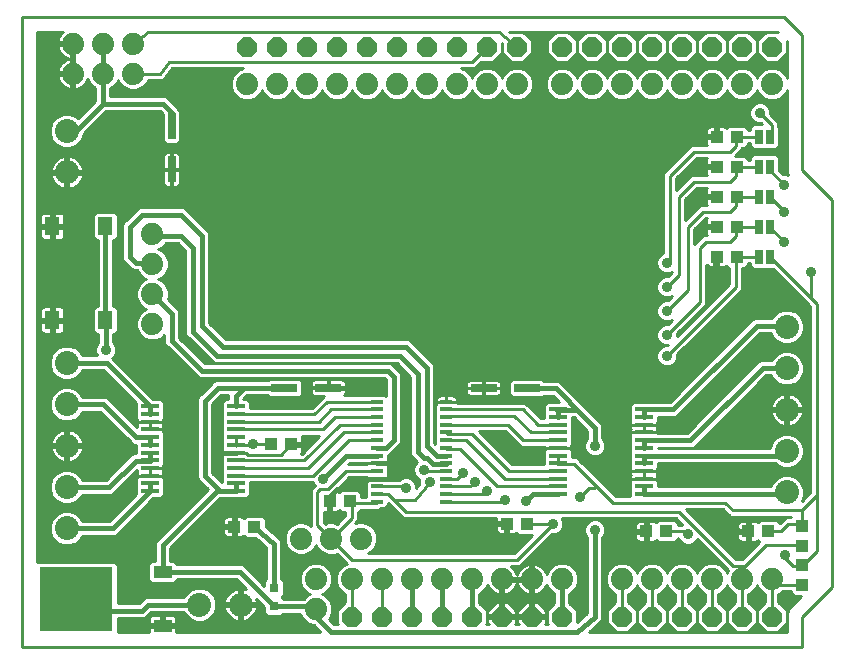
<source format=gtl>
G75*
G70*
%OFA0B0*%
%FSLAX24Y24*%
%IPPOS*%
%LPD*%
%AMOC8*
5,1,8,0,0,1.08239X$1,22.5*
%
%ADD10C,0.0100*%
%ADD11OC8,0.0660*%
%ADD12C,0.0740*%
%ADD13R,0.0591X0.0157*%
%ADD14R,0.0390X0.0120*%
%ADD15C,0.0800*%
%ADD16R,0.0256X0.0866*%
%ADD17R,0.0512X0.0610*%
%ADD18R,0.2441X0.2126*%
%ADD19R,0.0630X0.0394*%
%ADD20R,0.0315X0.0315*%
%ADD21R,0.0433X0.0394*%
%ADD22R,0.0866X0.0256*%
%ADD23R,0.0250X0.0500*%
%ADD24R,0.0394X0.0433*%
%ADD25C,0.0160*%
%ADD26C,0.0360*%
D10*
X002752Y000500D02*
X002752Y021500D01*
X028152Y021500D01*
X028752Y020900D01*
X028752Y016400D01*
X029752Y015400D01*
X029752Y002500D01*
X028752Y001500D01*
X028752Y000500D01*
X002752Y000500D01*
X005959Y001000D02*
X005959Y001450D01*
X006802Y001450D01*
X006894Y001488D01*
X006964Y001558D01*
X007056Y001650D01*
X008150Y001650D01*
X008180Y001577D01*
X008341Y001417D01*
X008550Y001330D01*
X008777Y001330D01*
X008986Y001417D01*
X009147Y001577D01*
X009233Y001787D01*
X009233Y002013D01*
X009147Y002223D01*
X008986Y002383D01*
X008777Y002470D01*
X008550Y002470D01*
X008341Y002383D01*
X008180Y002223D01*
X008150Y002150D01*
X006903Y002150D01*
X006811Y002112D01*
X006649Y001950D01*
X005959Y001950D01*
X005959Y003233D01*
X005859Y003333D01*
X003277Y003333D01*
X003252Y003308D01*
X003252Y021000D01*
X004118Y021000D01*
X004114Y020997D01*
X004056Y020939D01*
X004008Y020873D01*
X003970Y020800D01*
X003945Y020722D01*
X003934Y020650D01*
X004402Y020650D01*
X004402Y020550D01*
X003934Y020550D01*
X003945Y020478D01*
X003970Y020400D01*
X004008Y020327D01*
X004056Y020261D01*
X004114Y020203D01*
X004180Y020155D01*
X004253Y020118D01*
X004308Y020100D01*
X004253Y020082D01*
X004180Y020045D01*
X004114Y019997D01*
X004056Y019939D01*
X004008Y019873D01*
X003970Y019800D01*
X003945Y019722D01*
X003934Y019650D01*
X004402Y019650D01*
X004402Y019550D01*
X003934Y019550D01*
X003945Y019478D01*
X003970Y019400D01*
X004008Y019327D01*
X004056Y019261D01*
X004114Y019203D01*
X004180Y019155D01*
X004253Y019118D01*
X004331Y019093D01*
X004402Y019081D01*
X004402Y019550D01*
X004502Y019550D01*
X004502Y019081D01*
X004574Y019093D01*
X004652Y019118D01*
X004725Y019155D01*
X004791Y019203D01*
X004849Y019261D01*
X004897Y019327D01*
X004934Y019400D01*
X004941Y019422D01*
X004995Y019294D01*
X005146Y019142D01*
X005202Y019119D01*
X005202Y018704D01*
X004623Y018124D01*
X004575Y018172D01*
X004366Y018259D01*
X004139Y018259D01*
X003929Y018172D01*
X003769Y018012D01*
X003682Y017802D01*
X003682Y017576D01*
X003769Y017366D01*
X003929Y017206D01*
X004139Y017119D01*
X004366Y017119D01*
X004575Y017206D01*
X004736Y017366D01*
X004822Y017576D01*
X004822Y017616D01*
X005556Y018350D01*
X007349Y018350D01*
X007443Y018256D01*
X007443Y017365D01*
X007543Y017265D01*
X007939Y017265D01*
X008039Y017365D01*
X008039Y018372D01*
X007939Y018471D01*
X007935Y018471D01*
X007894Y018512D01*
X007594Y018812D01*
X007502Y018850D01*
X005702Y018850D01*
X005702Y019119D01*
X005758Y019142D01*
X005910Y019294D01*
X005952Y019396D01*
X005995Y019294D01*
X006146Y019142D01*
X006345Y019060D01*
X006560Y019060D01*
X006758Y019142D01*
X006910Y019294D01*
X006946Y019380D01*
X007279Y019380D01*
X007293Y019369D01*
X007368Y019380D01*
X007443Y019380D01*
X007456Y019393D01*
X007474Y019395D01*
X007519Y019455D01*
X007572Y019509D01*
X007572Y019527D01*
X007762Y019780D01*
X010121Y019780D01*
X009946Y019708D01*
X007708Y019708D01*
X007634Y019609D02*
X009848Y019609D01*
X009795Y019556D02*
X009712Y019357D01*
X009712Y019143D01*
X009795Y018944D01*
X009946Y018792D01*
X010145Y018710D01*
X010360Y018710D01*
X010558Y018792D01*
X010710Y018944D01*
X010752Y019046D01*
X010795Y018944D01*
X010946Y018792D01*
X011145Y018710D01*
X011360Y018710D01*
X011558Y018792D01*
X011710Y018944D01*
X011752Y019046D01*
X011795Y018944D01*
X011946Y018792D01*
X012145Y018710D01*
X012360Y018710D01*
X012558Y018792D01*
X012710Y018944D01*
X012752Y019046D01*
X012795Y018944D01*
X012946Y018792D01*
X013145Y018710D01*
X013360Y018710D01*
X013558Y018792D01*
X013710Y018944D01*
X013752Y019046D01*
X013795Y018944D01*
X013946Y018792D01*
X014145Y018710D01*
X014360Y018710D01*
X014558Y018792D01*
X014710Y018944D01*
X014752Y019046D01*
X014795Y018944D01*
X014946Y018792D01*
X015145Y018710D01*
X015360Y018710D01*
X015558Y018792D01*
X015710Y018944D01*
X015752Y019046D01*
X015795Y018944D01*
X015946Y018792D01*
X016145Y018710D01*
X016360Y018710D01*
X016558Y018792D01*
X016710Y018944D01*
X016752Y019046D01*
X016795Y018944D01*
X016946Y018792D01*
X017145Y018710D01*
X017360Y018710D01*
X017558Y018792D01*
X017710Y018944D01*
X017752Y019046D01*
X017795Y018944D01*
X017946Y018792D01*
X018145Y018710D01*
X018360Y018710D01*
X018558Y018792D01*
X018710Y018944D01*
X018752Y019046D01*
X018795Y018944D01*
X018946Y018792D01*
X019145Y018710D01*
X019360Y018710D01*
X019558Y018792D01*
X019710Y018944D01*
X019792Y019143D01*
X019792Y019357D01*
X019710Y019556D01*
X019558Y019708D01*
X019360Y019790D01*
X019145Y019790D01*
X018946Y019708D01*
X018558Y019708D01*
X018360Y019790D01*
X018145Y019790D01*
X017946Y019708D01*
X017558Y019708D01*
X017384Y019780D01*
X017843Y019780D01*
X018063Y020000D01*
X018459Y020000D01*
X018752Y020293D01*
X018752Y020630D01*
X018752Y020293D01*
X019045Y020000D01*
X019459Y020000D01*
X019752Y020293D01*
X019752Y020707D01*
X019459Y021000D01*
X019045Y021000D01*
X019023Y020978D01*
X018996Y021000D01*
X027945Y021000D01*
X027945Y021000D01*
X027545Y021000D01*
X027252Y020707D01*
X026959Y021000D01*
X026545Y021000D01*
X026252Y020707D01*
X025959Y021000D01*
X025545Y021000D01*
X025252Y020707D01*
X024959Y021000D01*
X024545Y021000D01*
X024252Y020707D01*
X023959Y021000D01*
X023545Y021000D01*
X023252Y020707D01*
X022959Y021000D01*
X022545Y021000D01*
X022252Y020707D01*
X021959Y021000D01*
X021545Y021000D01*
X021252Y020707D01*
X020959Y021000D01*
X020545Y021000D01*
X020252Y020707D01*
X020252Y020293D01*
X020545Y020000D01*
X020959Y020000D01*
X021252Y020293D01*
X021252Y020707D01*
X021252Y020293D01*
X021545Y020000D01*
X021959Y020000D01*
X022252Y020293D01*
X022252Y020707D01*
X022252Y020293D01*
X022545Y020000D01*
X022959Y020000D01*
X023252Y020293D01*
X023252Y020707D01*
X023252Y020293D01*
X023545Y020000D01*
X023959Y020000D01*
X024252Y020293D01*
X024252Y020707D01*
X024252Y020293D01*
X024545Y020000D01*
X024959Y020000D01*
X025252Y020293D01*
X025252Y020707D01*
X025252Y020293D01*
X025545Y020000D01*
X025959Y020000D01*
X026252Y020293D01*
X026252Y020707D01*
X026252Y020293D01*
X026545Y020000D01*
X026959Y020000D01*
X027252Y020293D01*
X027252Y020707D01*
X027252Y020293D01*
X027545Y020000D01*
X027959Y020000D01*
X028252Y020293D01*
X028252Y020693D01*
X028252Y020693D01*
X028252Y019454D01*
X028210Y019556D01*
X028058Y019708D01*
X027860Y019790D01*
X027645Y019790D01*
X027446Y019708D01*
X027058Y019708D01*
X026860Y019790D01*
X026645Y019790D01*
X026446Y019708D01*
X026058Y019708D01*
X025860Y019790D01*
X025645Y019790D01*
X025446Y019708D01*
X025058Y019708D01*
X024860Y019790D01*
X024645Y019790D01*
X024446Y019708D01*
X024058Y019708D01*
X023860Y019790D01*
X023645Y019790D01*
X023446Y019708D01*
X023058Y019708D01*
X022860Y019790D01*
X022645Y019790D01*
X022446Y019708D01*
X022058Y019708D01*
X021860Y019790D01*
X021645Y019790D01*
X021446Y019708D01*
X021058Y019708D01*
X020860Y019790D01*
X020645Y019790D01*
X020446Y019708D01*
X019558Y019708D01*
X019657Y019609D02*
X020348Y019609D01*
X020295Y019556D02*
X020212Y019357D01*
X020212Y019143D01*
X020295Y018944D01*
X020446Y018792D01*
X020645Y018710D01*
X020860Y018710D01*
X021058Y018792D01*
X021210Y018944D01*
X021252Y019046D01*
X021295Y018944D01*
X021446Y018792D01*
X021645Y018710D01*
X021860Y018710D01*
X022058Y018792D01*
X022210Y018944D01*
X022252Y019046D01*
X022295Y018944D01*
X022446Y018792D01*
X022645Y018710D01*
X022860Y018710D01*
X023058Y018792D01*
X023210Y018944D01*
X023252Y019046D01*
X023295Y018944D01*
X023446Y018792D01*
X023645Y018710D01*
X023860Y018710D01*
X024058Y018792D01*
X024210Y018944D01*
X024252Y019046D01*
X024295Y018944D01*
X024446Y018792D01*
X024645Y018710D01*
X024860Y018710D01*
X025058Y018792D01*
X025210Y018944D01*
X025252Y019046D01*
X025295Y018944D01*
X025446Y018792D01*
X025645Y018710D01*
X025860Y018710D01*
X026058Y018792D01*
X026210Y018944D01*
X026252Y019046D01*
X026295Y018944D01*
X026446Y018792D01*
X026645Y018710D01*
X026860Y018710D01*
X027058Y018792D01*
X027210Y018944D01*
X027252Y019046D01*
X027295Y018944D01*
X027446Y018792D01*
X027645Y018710D01*
X027860Y018710D01*
X028058Y018792D01*
X028210Y018944D01*
X028252Y019046D01*
X028252Y016301D01*
X028284Y016224D01*
X028222Y016250D01*
X028113Y016250D01*
X027975Y016389D01*
X027975Y016820D01*
X027875Y016920D01*
X027130Y016920D01*
X027030Y016820D01*
X027030Y016720D01*
X026974Y016720D01*
X026974Y016767D01*
X026874Y016867D01*
X026530Y016867D01*
X026643Y016980D01*
X026643Y016980D01*
X026772Y017109D01*
X026772Y017133D01*
X026874Y017133D01*
X026974Y017233D01*
X026974Y017280D01*
X027030Y017280D01*
X027030Y017180D01*
X027130Y017080D01*
X027875Y017080D01*
X027975Y017180D01*
X027975Y017820D01*
X027972Y017823D01*
X027972Y017991D01*
X027702Y018261D01*
X027702Y018370D01*
X027649Y018498D01*
X027551Y018597D01*
X027422Y018650D01*
X027283Y018650D01*
X027154Y018597D01*
X027056Y018498D01*
X027002Y018370D01*
X027002Y018230D01*
X027003Y018230D02*
X008039Y018230D01*
X008039Y018132D02*
X027043Y018132D01*
X027056Y018102D02*
X027154Y018003D01*
X027283Y017950D01*
X027391Y017950D01*
X027421Y017920D01*
X027130Y017920D01*
X027030Y017820D01*
X027030Y017720D01*
X026974Y017720D01*
X026974Y017767D01*
X026874Y017867D01*
X026300Y017867D01*
X026238Y017805D01*
X026226Y017817D01*
X026192Y017837D01*
X026154Y017847D01*
X025966Y017847D01*
X025966Y017548D01*
X025869Y017548D01*
X025869Y017452D01*
X025551Y017452D01*
X025551Y017283D01*
X025561Y017245D01*
X025576Y017220D01*
X025061Y017220D01*
X024932Y017091D01*
X024261Y016420D01*
X024132Y016291D01*
X024132Y013629D01*
X024054Y013597D01*
X023956Y013498D01*
X023902Y013370D01*
X023902Y013230D01*
X023956Y013102D01*
X024054Y013003D01*
X024183Y012950D01*
X024322Y012950D01*
X024432Y012996D01*
X024432Y012991D01*
X024291Y012850D01*
X024183Y012850D01*
X024054Y012797D01*
X023956Y012698D01*
X023902Y012570D01*
X023902Y012430D01*
X023956Y012302D01*
X024054Y012203D01*
X024183Y012150D01*
X024322Y012150D01*
X024440Y012199D01*
X024291Y012050D01*
X024183Y012050D01*
X024054Y011997D01*
X023956Y011898D01*
X023902Y011770D01*
X023902Y011630D01*
X023956Y011502D01*
X024054Y011403D01*
X024183Y011350D01*
X024322Y011350D01*
X024440Y011399D01*
X024291Y011250D01*
X024183Y011250D01*
X024054Y011197D01*
X023956Y011098D01*
X023902Y010970D01*
X023902Y010830D01*
X023956Y010702D01*
X024054Y010603D01*
X024183Y010550D01*
X024054Y010497D01*
X023956Y010398D01*
X023902Y010270D01*
X023902Y010130D01*
X023956Y010002D01*
X024054Y009903D01*
X024183Y009850D01*
X024322Y009850D01*
X024451Y009903D01*
X024549Y010002D01*
X024602Y010130D01*
X024602Y010239D01*
X026643Y012280D01*
X026772Y012409D01*
X026772Y013133D01*
X026874Y013133D01*
X026974Y013233D01*
X026974Y013280D01*
X027030Y013280D01*
X027030Y013180D01*
X027130Y013080D01*
X027788Y013080D01*
X028961Y011907D01*
X029032Y011836D01*
X029032Y005641D01*
X028752Y005361D01*
X028822Y005531D01*
X028822Y005757D01*
X028736Y005967D01*
X028575Y006127D01*
X028366Y006214D01*
X028139Y006214D01*
X027929Y006127D01*
X027769Y005967D01*
X027718Y005843D01*
X023945Y005843D01*
X023945Y005998D01*
X023925Y006018D01*
X023925Y006104D01*
X023480Y006104D01*
X023480Y006104D01*
X023925Y006104D01*
X023925Y006203D01*
X023917Y006232D01*
X023925Y006262D01*
X023925Y006360D01*
X023480Y006360D01*
X023480Y006360D01*
X023480Y006131D01*
X023480Y006104D01*
X023480Y006104D01*
X023034Y006104D01*
X023034Y006018D01*
X023014Y005998D01*
X023014Y005520D01*
X022543Y005520D01*
X022122Y005941D01*
X021372Y006691D01*
X021243Y006820D01*
X021090Y006820D01*
X021090Y007021D01*
X021070Y007041D01*
X021070Y007128D01*
X021070Y007215D01*
X021090Y007235D01*
X021090Y008150D01*
X021149Y008150D01*
X021602Y007696D01*
X021602Y007445D01*
X021556Y007398D01*
X021502Y007270D01*
X021502Y007130D01*
X021556Y007002D01*
X021654Y006903D01*
X021783Y006850D01*
X021922Y006850D01*
X022051Y006903D01*
X022149Y007002D01*
X022202Y007130D01*
X022202Y007270D01*
X022149Y007398D01*
X022102Y007445D01*
X022102Y007850D01*
X022064Y007942D01*
X021464Y008542D01*
X021431Y008575D01*
X020965Y009056D01*
X020965Y009058D01*
X020931Y009092D01*
X020898Y009126D01*
X020896Y009127D01*
X020690Y009333D01*
X020598Y009371D01*
X020152Y009371D01*
X020104Y009419D01*
X019097Y009419D01*
X018997Y009320D01*
X018997Y008923D01*
X019097Y008823D01*
X020104Y008823D01*
X020152Y008871D01*
X020444Y008871D01*
X020574Y008741D01*
X020655Y008657D01*
X020653Y008657D01*
X020631Y008662D01*
X020603Y008657D01*
X020575Y008657D01*
X020572Y008656D01*
X020260Y008656D01*
X020160Y008557D01*
X020160Y008120D01*
X020043Y008120D01*
X019536Y008627D01*
X017246Y008627D01*
X017246Y008663D01*
X016901Y008663D01*
X016556Y008663D01*
X016556Y008584D01*
X016562Y008563D01*
X016536Y008538D01*
X016536Y007270D01*
X016502Y007304D01*
X016502Y009850D01*
X016464Y009942D01*
X015764Y010642D01*
X015694Y010712D01*
X015602Y010750D01*
X009556Y010750D01*
X009002Y011304D01*
X009002Y014250D01*
X008964Y014342D01*
X008264Y015042D01*
X008194Y015112D01*
X008102Y015150D01*
X006703Y015150D01*
X006611Y015112D01*
X006211Y014712D01*
X006140Y014642D01*
X006102Y014550D01*
X006102Y013450D01*
X006140Y013358D01*
X006340Y013158D01*
X006411Y013088D01*
X006503Y013050D01*
X006601Y013050D01*
X006645Y012944D01*
X006796Y012792D01*
X006898Y012750D01*
X006796Y012708D01*
X006645Y012556D01*
X006562Y012357D01*
X006562Y012143D01*
X006645Y011944D01*
X006796Y011792D01*
X006898Y011750D01*
X006796Y011708D01*
X006645Y011556D01*
X006562Y011357D01*
X006562Y011143D01*
X006645Y010944D01*
X006796Y010792D01*
X006995Y010710D01*
X007210Y010710D01*
X007408Y010792D01*
X007502Y010886D01*
X007502Y010650D01*
X007540Y010558D01*
X007611Y010488D01*
X008611Y009488D01*
X008703Y009450D01*
X014849Y009450D01*
X014902Y009396D01*
X014902Y008860D01*
X014869Y008893D01*
X014338Y008893D01*
X014325Y008880D01*
X013485Y008880D01*
X013486Y008881D01*
X013514Y008909D01*
X013534Y008943D01*
X013544Y008981D01*
X013544Y009115D01*
X012975Y009115D01*
X012975Y009143D01*
X012947Y009143D01*
X012947Y009407D01*
X012508Y009407D01*
X012470Y009396D01*
X012436Y009377D01*
X012408Y009349D01*
X012388Y009315D01*
X012378Y009276D01*
X012378Y009143D01*
X012947Y009143D01*
X012947Y009115D01*
X012378Y009115D01*
X012378Y008981D01*
X012388Y008943D01*
X012408Y008909D01*
X012436Y008881D01*
X012470Y008861D01*
X012508Y008851D01*
X012812Y008851D01*
X012779Y008817D01*
X012416Y008472D01*
X010345Y008472D01*
X010345Y008657D01*
X010245Y008756D01*
X010133Y008756D01*
X010256Y008879D01*
X010953Y008879D01*
X011001Y008831D01*
X012008Y008831D01*
X012107Y008930D01*
X012107Y009327D01*
X012008Y009427D01*
X011001Y009427D01*
X010953Y009379D01*
X009231Y009379D01*
X009139Y009341D01*
X009069Y009270D01*
X008711Y008912D01*
X008640Y008842D01*
X008602Y008750D01*
X008602Y006150D01*
X008640Y006058D01*
X008949Y005750D01*
X007230Y004031D01*
X007192Y003939D01*
X007192Y003364D01*
X007057Y003364D01*
X006957Y003265D01*
X006957Y002730D01*
X007057Y002631D01*
X007828Y002631D01*
X007927Y002730D01*
X007927Y002748D01*
X009906Y002748D01*
X010240Y002414D01*
X010170Y002436D01*
X010091Y002449D01*
X010091Y001950D01*
X009991Y001950D01*
X009991Y001850D01*
X009492Y001850D01*
X009505Y001771D01*
X009532Y001689D01*
X009571Y001612D01*
X009622Y001542D01*
X009683Y001480D01*
X009753Y001430D01*
X009830Y001390D01*
X009913Y001364D01*
X009991Y001351D01*
X009991Y001850D01*
X010091Y001850D01*
X010091Y001351D01*
X010170Y001364D01*
X010252Y001390D01*
X010330Y001430D01*
X010400Y001480D01*
X010461Y001542D01*
X010512Y001612D01*
X010551Y001689D01*
X010578Y001771D01*
X010590Y001850D01*
X010091Y001850D01*
X010091Y001950D01*
X010590Y001950D01*
X010578Y002029D01*
X010555Y002098D01*
X010825Y001829D01*
X010825Y001627D01*
X010924Y001527D01*
X011380Y001527D01*
X011458Y001605D01*
X012028Y001605D01*
X012095Y001444D01*
X012246Y001292D01*
X012445Y001210D01*
X012489Y001210D01*
X012699Y001000D01*
X007907Y001000D01*
X007907Y001154D01*
X007491Y001154D01*
X007491Y001251D01*
X007907Y001251D01*
X007907Y001419D01*
X007897Y001457D01*
X007877Y001491D01*
X007849Y001519D01*
X007815Y001539D01*
X007777Y001549D01*
X007491Y001549D01*
X007491Y001251D01*
X007394Y001251D01*
X007394Y001549D01*
X007107Y001549D01*
X007069Y001539D01*
X007035Y001519D01*
X007007Y001491D01*
X006987Y001457D01*
X006977Y001419D01*
X006977Y001251D01*
X007394Y001251D01*
X007394Y001154D01*
X006977Y001154D01*
X006977Y001000D01*
X005959Y001000D01*
X005959Y001091D02*
X006977Y001091D01*
X006977Y001288D02*
X005959Y001288D01*
X005959Y001190D02*
X007394Y001190D01*
X007491Y001190D02*
X012509Y001190D01*
X012608Y001091D02*
X007907Y001091D01*
X007907Y001288D02*
X012257Y001288D01*
X012152Y001387D02*
X010241Y001387D01*
X010091Y001387D02*
X009991Y001387D01*
X009991Y001485D02*
X010091Y001485D01*
X010091Y001584D02*
X009991Y001584D01*
X009991Y001682D02*
X010091Y001682D01*
X010091Y001781D02*
X009991Y001781D01*
X009991Y001879D02*
X009233Y001879D01*
X009233Y001978D02*
X009497Y001978D01*
X009492Y001950D02*
X009991Y001950D01*
X009991Y002449D01*
X009913Y002436D01*
X009830Y002410D01*
X009753Y002370D01*
X009683Y002320D01*
X009622Y002258D01*
X009571Y002188D01*
X009532Y002111D01*
X009505Y002029D01*
X009492Y001950D01*
X009520Y002076D02*
X009207Y002076D01*
X009167Y002175D02*
X009564Y002175D01*
X009637Y002273D02*
X009096Y002273D01*
X008998Y002372D02*
X009755Y002372D01*
X009991Y002372D02*
X010091Y002372D01*
X010091Y002273D02*
X009991Y002273D01*
X009991Y002175D02*
X010091Y002175D01*
X010091Y002076D02*
X009991Y002076D01*
X009991Y001978D02*
X010091Y001978D01*
X010091Y001879D02*
X010775Y001879D01*
X010825Y001781D02*
X010579Y001781D01*
X010548Y001682D02*
X010825Y001682D01*
X010868Y001584D02*
X010491Y001584D01*
X010404Y001485D02*
X012078Y001485D01*
X012037Y001584D02*
X011437Y001584D01*
X011458Y002105D02*
X011412Y002150D01*
X011480Y002217D01*
X011480Y002673D01*
X011402Y002751D01*
X011402Y003894D01*
X011405Y003903D01*
X011402Y003944D01*
X011402Y003984D01*
X011399Y003993D01*
X011398Y004003D01*
X011380Y004039D01*
X011364Y004076D01*
X011358Y004083D01*
X011353Y004091D01*
X011323Y004118D01*
X011294Y004147D01*
X011285Y004150D01*
X010884Y004497D01*
X010884Y004767D01*
X010784Y004867D01*
X010210Y004867D01*
X010148Y004805D01*
X010136Y004817D01*
X010102Y004837D01*
X010064Y004847D01*
X009876Y004847D01*
X009876Y004548D01*
X009779Y004548D01*
X009779Y004452D01*
X009461Y004452D01*
X009461Y004283D01*
X009471Y004245D01*
X009491Y004211D01*
X009519Y004183D01*
X009553Y004163D01*
X009591Y004153D01*
X009779Y004153D01*
X009779Y004452D01*
X009876Y004452D01*
X009876Y004153D01*
X010064Y004153D01*
X010102Y004163D01*
X010136Y004183D01*
X010148Y004195D01*
X010210Y004133D01*
X010540Y004133D01*
X010902Y003820D01*
X010902Y002751D01*
X010825Y002673D01*
X010825Y002536D01*
X010151Y003210D01*
X010059Y003248D01*
X007927Y003248D01*
X007927Y003265D01*
X007828Y003364D01*
X007692Y003364D01*
X007692Y003786D01*
X009356Y005450D01*
X009508Y005450D01*
X009514Y005444D01*
X009827Y005444D01*
X009830Y005443D01*
X009929Y005443D01*
X009932Y005444D01*
X010245Y005444D01*
X010345Y005543D01*
X010345Y005984D01*
X012456Y005984D01*
X012471Y005984D01*
X012506Y005902D01*
X012524Y005883D01*
X012511Y005870D01*
X012382Y005741D01*
X012382Y004534D01*
X012358Y004558D01*
X012160Y004640D01*
X011945Y004640D01*
X011746Y004558D01*
X011595Y004406D01*
X011512Y004207D01*
X011512Y003993D01*
X011595Y003794D01*
X011746Y003642D01*
X011945Y003560D01*
X012160Y003560D01*
X012358Y003642D01*
X012510Y003794D01*
X012552Y003896D01*
X012595Y003794D01*
X012746Y003642D01*
X012945Y003560D01*
X013160Y003560D01*
X013246Y003596D01*
X013532Y003309D01*
X013579Y003263D01*
X013446Y003208D01*
X013295Y003056D01*
X013212Y002857D01*
X013212Y002643D01*
X013295Y002444D01*
X013446Y002292D01*
X013532Y002257D01*
X013532Y001987D01*
X013252Y001707D01*
X013252Y001293D01*
X013295Y001250D01*
X013156Y001250D01*
X012986Y001420D01*
X013010Y001444D01*
X013092Y001643D01*
X013092Y001857D01*
X013010Y002056D01*
X012858Y002208D01*
X012756Y002250D01*
X012858Y002292D01*
X013010Y002444D01*
X013092Y002643D01*
X013092Y002857D01*
X013010Y003056D01*
X012858Y003208D01*
X012660Y003290D01*
X012445Y003290D01*
X012246Y003208D01*
X012095Y003056D01*
X012012Y002857D01*
X012012Y002643D01*
X012095Y002444D01*
X012246Y002292D01*
X012348Y002250D01*
X012246Y002208D01*
X012143Y002105D01*
X011458Y002105D01*
X011437Y002175D02*
X012213Y002175D01*
X012293Y002273D02*
X011480Y002273D01*
X011480Y002372D02*
X012167Y002372D01*
X012084Y002470D02*
X011480Y002470D01*
X011480Y002569D02*
X012043Y002569D01*
X012012Y002667D02*
X011480Y002667D01*
X011402Y002766D02*
X012012Y002766D01*
X012015Y002864D02*
X011402Y002864D01*
X011402Y002963D02*
X012056Y002963D01*
X012100Y003061D02*
X011402Y003061D01*
X011402Y003160D02*
X012198Y003160D01*
X012368Y003258D02*
X011402Y003258D01*
X011402Y003357D02*
X013485Y003357D01*
X013568Y003258D02*
X012737Y003258D01*
X012907Y003160D02*
X013398Y003160D01*
X013300Y003061D02*
X013005Y003061D01*
X013049Y002963D02*
X013256Y002963D01*
X013215Y002864D02*
X013090Y002864D01*
X013092Y002766D02*
X013212Y002766D01*
X013212Y002667D02*
X013092Y002667D01*
X013062Y002569D02*
X013243Y002569D01*
X013284Y002470D02*
X013021Y002470D01*
X012938Y002372D02*
X013367Y002372D01*
X013493Y002273D02*
X012812Y002273D01*
X012892Y002175D02*
X013532Y002175D01*
X013532Y002076D02*
X012990Y002076D01*
X013043Y001978D02*
X013523Y001978D01*
X013424Y001879D02*
X013083Y001879D01*
X013092Y001781D02*
X013326Y001781D01*
X013252Y001682D02*
X013092Y001682D01*
X013068Y001584D02*
X013252Y001584D01*
X013252Y001485D02*
X013027Y001485D01*
X013019Y001387D02*
X013252Y001387D01*
X013257Y001288D02*
X013118Y001288D01*
X013752Y001500D02*
X013752Y002750D01*
X013752Y003400D02*
X019252Y003400D01*
X020452Y004600D01*
X019587Y004600D01*
X019774Y004233D02*
X019300Y004233D01*
X019238Y004295D01*
X019226Y004283D01*
X019192Y004263D01*
X019154Y004253D01*
X018966Y004253D01*
X018966Y004552D01*
X018869Y004552D01*
X018551Y004552D01*
X018551Y004383D01*
X018561Y004345D01*
X018581Y004311D01*
X018609Y004283D01*
X018643Y004263D01*
X018681Y004253D01*
X018869Y004253D01*
X018869Y004552D01*
X018869Y004648D01*
X018551Y004648D01*
X018551Y004780D01*
X015461Y004780D01*
X015061Y005180D01*
X015061Y005180D01*
X014969Y005273D01*
X014969Y005206D01*
X014869Y005107D01*
X014685Y005107D01*
X014643Y005065D01*
X014055Y005065D01*
X013974Y004983D01*
X013972Y004983D01*
X013972Y004709D01*
X013874Y004611D01*
X013945Y004640D01*
X014160Y004640D01*
X014358Y004558D01*
X014510Y004406D01*
X014592Y004207D01*
X014592Y003993D01*
X014510Y003794D01*
X014358Y003642D01*
X014305Y003620D01*
X019161Y003620D01*
X019774Y004233D01*
X019686Y004145D02*
X014592Y004145D01*
X014592Y004046D02*
X019587Y004046D01*
X019489Y003948D02*
X014574Y003948D01*
X014533Y003849D02*
X019390Y003849D01*
X019292Y003751D02*
X014467Y003751D01*
X014368Y003652D02*
X019193Y003652D01*
X019520Y003357D02*
X021602Y003357D01*
X021602Y003455D02*
X019618Y003455D01*
X019717Y003554D02*
X021602Y003554D01*
X021602Y003652D02*
X019815Y003652D01*
X019914Y003751D02*
X021602Y003751D01*
X021602Y003849D02*
X020012Y003849D01*
X020111Y003948D02*
X021602Y003948D01*
X021602Y004046D02*
X020209Y004046D01*
X020308Y004145D02*
X021602Y004145D01*
X021602Y004155D02*
X021602Y001617D01*
X021252Y001325D01*
X021252Y001707D01*
X021002Y001957D01*
X021002Y002269D01*
X021058Y002292D01*
X021210Y002444D01*
X021292Y002643D01*
X021292Y002857D01*
X021210Y003056D01*
X021058Y003208D01*
X020860Y003290D01*
X020645Y003290D01*
X020446Y003208D01*
X020295Y003056D01*
X020241Y002928D01*
X020234Y002950D01*
X020197Y003023D01*
X020149Y003089D01*
X020091Y003147D01*
X020025Y003195D01*
X019952Y003232D01*
X019874Y003257D01*
X019802Y003269D01*
X019802Y002800D01*
X019702Y002800D01*
X019702Y002700D01*
X018802Y002700D01*
X018802Y002231D01*
X018874Y002243D01*
X018952Y002268D01*
X019025Y002305D01*
X019091Y002353D01*
X019149Y002411D01*
X019197Y002477D01*
X019234Y002550D01*
X019252Y002606D01*
X019270Y002550D01*
X019308Y002477D01*
X019356Y002411D01*
X019414Y002353D01*
X019480Y002305D01*
X019553Y002268D01*
X019631Y002243D01*
X019702Y002231D01*
X019702Y002700D01*
X019802Y002700D01*
X019802Y002231D01*
X019874Y002243D01*
X019952Y002268D01*
X020025Y002305D01*
X020091Y002353D01*
X020149Y002411D01*
X020197Y002477D01*
X020234Y002550D01*
X020241Y002572D01*
X020295Y002444D01*
X020446Y002292D01*
X020502Y002269D01*
X020502Y001957D01*
X020252Y001707D01*
X020252Y001293D01*
X020295Y001250D01*
X020181Y001250D01*
X020232Y001301D01*
X020232Y001452D01*
X019801Y001452D01*
X019801Y001548D01*
X020232Y001548D01*
X020232Y001699D01*
X019951Y001980D01*
X019801Y001980D01*
X019801Y001548D01*
X019704Y001548D01*
X019704Y001452D01*
X019272Y001452D01*
X019272Y001301D01*
X019324Y001250D01*
X019181Y001250D01*
X019232Y001301D01*
X019232Y001452D01*
X018801Y001452D01*
X018801Y001548D01*
X019232Y001548D01*
X019232Y001699D01*
X018951Y001980D01*
X018801Y001980D01*
X018801Y001548D01*
X018704Y001548D01*
X018704Y001452D01*
X018272Y001452D01*
X018272Y001301D01*
X018324Y001250D01*
X018209Y001250D01*
X018252Y001293D01*
X018252Y001707D01*
X018002Y001957D01*
X018002Y002269D01*
X018058Y002292D01*
X018210Y002444D01*
X018263Y002572D01*
X018270Y002550D01*
X018308Y002477D01*
X018356Y002411D01*
X018414Y002353D01*
X018480Y002305D01*
X018553Y002268D01*
X018631Y002243D01*
X018702Y002231D01*
X018702Y002700D01*
X018802Y002700D01*
X018802Y002800D01*
X019271Y002800D01*
X019702Y002800D01*
X019702Y003269D01*
X019631Y003257D01*
X019553Y003232D01*
X019480Y003195D01*
X019414Y003147D01*
X019356Y003089D01*
X019308Y003023D01*
X019270Y002950D01*
X019252Y002894D01*
X019234Y002950D01*
X019197Y003023D01*
X019149Y003089D01*
X019091Y003147D01*
X019045Y003180D01*
X019343Y003180D01*
X020413Y004250D01*
X020522Y004250D01*
X020651Y004303D01*
X020749Y004402D01*
X020802Y004530D01*
X020802Y004670D01*
X020757Y004780D01*
X024561Y004780D01*
X024771Y004570D01*
X024624Y004570D01*
X024624Y004617D01*
X024524Y004717D01*
X023950Y004717D01*
X023888Y004655D01*
X023876Y004667D01*
X023842Y004687D01*
X023804Y004697D01*
X023616Y004697D01*
X023616Y004398D01*
X023519Y004398D01*
X023519Y004302D01*
X023201Y004302D01*
X023201Y004133D01*
X023211Y004095D01*
X023231Y004061D01*
X023259Y004033D01*
X023293Y004013D01*
X023331Y004003D01*
X023519Y004003D01*
X023519Y004302D01*
X023616Y004302D01*
X023616Y004003D01*
X023804Y004003D01*
X023842Y004013D01*
X023876Y004033D01*
X023888Y004045D01*
X023950Y003983D01*
X024524Y003983D01*
X024624Y004083D01*
X024624Y004129D01*
X024656Y004052D01*
X024754Y003953D01*
X024883Y003900D01*
X025022Y003900D01*
X025151Y003953D01*
X025249Y004052D01*
X025261Y004080D01*
X026292Y003049D01*
X026252Y002954D01*
X026210Y003056D01*
X026058Y003208D01*
X025860Y003290D01*
X025645Y003290D01*
X025446Y003208D01*
X025295Y003056D01*
X025252Y002954D01*
X025210Y003056D01*
X025058Y003208D01*
X024860Y003290D01*
X024645Y003290D01*
X024446Y003208D01*
X024295Y003056D01*
X024252Y002954D01*
X024210Y003056D01*
X024058Y003208D01*
X023860Y003290D01*
X023645Y003290D01*
X023446Y003208D01*
X023295Y003056D01*
X023252Y002954D01*
X023210Y003056D01*
X023058Y003208D01*
X022860Y003290D01*
X022645Y003290D01*
X022446Y003208D01*
X022295Y003056D01*
X022212Y002857D01*
X022212Y002643D01*
X022295Y002444D01*
X022446Y002292D01*
X022532Y002257D01*
X022532Y001987D01*
X022252Y001707D01*
X022252Y001293D01*
X022545Y001000D01*
X022959Y001000D01*
X023252Y001293D01*
X023252Y001707D01*
X022972Y001987D01*
X022972Y002257D01*
X023058Y002292D01*
X023210Y002444D01*
X023252Y002546D01*
X023295Y002444D01*
X023446Y002292D01*
X023532Y002257D01*
X023532Y001987D01*
X023252Y001707D01*
X023252Y001293D01*
X023545Y001000D01*
X023959Y001000D01*
X024252Y001293D01*
X024252Y001707D01*
X023972Y001987D01*
X023972Y002257D01*
X024058Y002292D01*
X024210Y002444D01*
X024252Y002546D01*
X024295Y002444D01*
X024446Y002292D01*
X024532Y002257D01*
X024532Y001987D01*
X024252Y001707D01*
X024252Y001293D01*
X024545Y001000D01*
X024959Y001000D01*
X025252Y001293D01*
X025252Y001707D01*
X024972Y001987D01*
X024972Y002257D01*
X025058Y002292D01*
X025210Y002444D01*
X025252Y002546D01*
X025295Y002444D01*
X025446Y002292D01*
X025532Y002257D01*
X025532Y001987D01*
X025252Y001707D01*
X025252Y001293D01*
X025545Y001000D01*
X025959Y001000D01*
X026252Y001293D01*
X026252Y001707D01*
X025972Y001987D01*
X025972Y002257D01*
X026058Y002292D01*
X026210Y002444D01*
X026252Y002546D01*
X026295Y002444D01*
X026446Y002292D01*
X026532Y002257D01*
X026532Y001987D01*
X026252Y001707D01*
X026252Y001293D01*
X026545Y001000D01*
X026959Y001000D01*
X027252Y001293D01*
X027252Y001707D01*
X026972Y001987D01*
X026972Y002257D01*
X027058Y002292D01*
X027210Y002444D01*
X027252Y002546D01*
X027295Y002444D01*
X027446Y002292D01*
X027532Y002257D01*
X027532Y001987D01*
X027252Y001707D01*
X027252Y001293D01*
X027545Y001000D01*
X027959Y001000D01*
X028252Y001293D01*
X028252Y001707D01*
X027972Y001987D01*
X027972Y002257D01*
X028058Y002292D01*
X028111Y002345D01*
X028386Y002345D01*
X028386Y002278D01*
X028485Y002179D01*
X028724Y002179D01*
X028328Y001783D01*
X028252Y001599D01*
X028252Y001000D01*
X021643Y001000D01*
X021983Y001284D01*
X021994Y001288D01*
X022021Y001315D01*
X022051Y001340D01*
X022056Y001350D01*
X022064Y001358D01*
X022079Y001394D01*
X022097Y001428D01*
X022098Y001439D01*
X022102Y001450D01*
X022102Y001489D01*
X022106Y001527D01*
X022102Y001538D01*
X022102Y004155D01*
X022149Y004202D01*
X022202Y004330D01*
X022202Y004470D01*
X022149Y004598D01*
X022051Y004697D01*
X021922Y004750D01*
X021783Y004750D01*
X021654Y004697D01*
X021556Y004598D01*
X021502Y004470D01*
X021502Y004330D01*
X021556Y004202D01*
X021602Y004155D01*
X021539Y004243D02*
X020406Y004243D01*
X020689Y004342D02*
X021502Y004342D01*
X021502Y004440D02*
X020765Y004440D01*
X020802Y004539D02*
X021531Y004539D01*
X021594Y004637D02*
X020802Y004637D01*
X020775Y004736D02*
X021748Y004736D01*
X021957Y004736D02*
X024606Y004736D01*
X024604Y004637D02*
X024704Y004637D01*
X024852Y004350D02*
X024237Y004350D01*
X024587Y004046D02*
X024661Y004046D01*
X024768Y003948D02*
X022102Y003948D01*
X022102Y004046D02*
X023246Y004046D01*
X023201Y004145D02*
X022102Y004145D01*
X022166Y004243D02*
X023201Y004243D01*
X023201Y004398D02*
X023519Y004398D01*
X023519Y004697D01*
X023331Y004697D01*
X023293Y004687D01*
X023259Y004667D01*
X023231Y004639D01*
X023211Y004605D01*
X023201Y004567D01*
X023201Y004398D01*
X023201Y004440D02*
X022202Y004440D01*
X022202Y004342D02*
X023519Y004342D01*
X023519Y004440D02*
X023616Y004440D01*
X023616Y004539D02*
X023519Y004539D01*
X023519Y004637D02*
X023616Y004637D01*
X023230Y004637D02*
X022110Y004637D01*
X022174Y004539D02*
X023201Y004539D01*
X023519Y004243D02*
X023616Y004243D01*
X023616Y004145D02*
X023519Y004145D01*
X023519Y004046D02*
X023616Y004046D01*
X023568Y003258D02*
X022937Y003258D01*
X023107Y003160D02*
X023398Y003160D01*
X023300Y003061D02*
X023205Y003061D01*
X023249Y002963D02*
X023256Y002963D01*
X022752Y002750D02*
X022752Y001500D01*
X023252Y001485D02*
X023252Y001485D01*
X023252Y001387D02*
X023252Y001387D01*
X023247Y001288D02*
X023257Y001288D01*
X023356Y001190D02*
X023149Y001190D01*
X023050Y001091D02*
X023454Y001091D01*
X023752Y001500D02*
X023752Y002750D01*
X023367Y002372D02*
X023138Y002372D01*
X023221Y002470D02*
X023284Y002470D01*
X023493Y002273D02*
X023012Y002273D01*
X022972Y002175D02*
X023532Y002175D01*
X023532Y002076D02*
X022972Y002076D01*
X022982Y001978D02*
X023523Y001978D01*
X023424Y001879D02*
X023080Y001879D01*
X023179Y001781D02*
X023326Y001781D01*
X023252Y001682D02*
X023252Y001682D01*
X023252Y001584D02*
X023252Y001584D01*
X022523Y001978D02*
X022102Y001978D01*
X022102Y002076D02*
X022532Y002076D01*
X022532Y002175D02*
X022102Y002175D01*
X022102Y002273D02*
X022493Y002273D01*
X022367Y002372D02*
X022102Y002372D01*
X022102Y002470D02*
X022284Y002470D01*
X022243Y002569D02*
X022102Y002569D01*
X022102Y002667D02*
X022212Y002667D01*
X022212Y002766D02*
X022102Y002766D01*
X022102Y002864D02*
X022215Y002864D01*
X022256Y002963D02*
X022102Y002963D01*
X022102Y003061D02*
X022300Y003061D01*
X022398Y003160D02*
X022102Y003160D01*
X022102Y003258D02*
X022568Y003258D01*
X022102Y003357D02*
X025985Y003357D01*
X025937Y003258D02*
X026083Y003258D01*
X026107Y003160D02*
X026182Y003160D01*
X026205Y003061D02*
X026280Y003061D01*
X026256Y002963D02*
X026249Y002963D01*
X026452Y003200D02*
X024652Y005000D01*
X015552Y005000D01*
X015152Y005400D01*
X014952Y005600D01*
X014611Y005600D01*
X014604Y005593D01*
X014604Y005337D02*
X014552Y005285D01*
X013752Y005285D01*
X013687Y005350D01*
X013752Y005285D02*
X013752Y004800D01*
X013052Y004100D01*
X012602Y004550D01*
X012602Y005650D01*
X012702Y005750D01*
X012952Y005750D01*
X013563Y006360D01*
X014604Y006360D01*
X014604Y006104D02*
X014259Y006104D01*
X014259Y006025D01*
X014264Y006004D01*
X014239Y005979D01*
X014239Y005505D01*
X014074Y005505D01*
X014074Y005617D01*
X013974Y005717D01*
X013400Y005717D01*
X013338Y005655D01*
X013326Y005667D01*
X013292Y005687D01*
X013254Y005697D01*
X013210Y005697D01*
X013654Y006140D01*
X014259Y006140D01*
X014259Y006104D01*
X014604Y006104D01*
X014604Y006104D01*
X014949Y006104D01*
X014949Y006068D01*
X015326Y006068D01*
X015354Y006097D01*
X015483Y006150D01*
X015622Y006150D01*
X015751Y006097D01*
X015849Y005998D01*
X015902Y005870D01*
X015902Y005804D01*
X016004Y005926D01*
X016002Y005930D01*
X016002Y006070D01*
X016007Y006081D01*
X015954Y006103D01*
X015856Y006202D01*
X015802Y006330D01*
X015802Y006470D01*
X015856Y006598D01*
X015928Y006671D01*
X015740Y006858D01*
X015702Y006950D01*
X015702Y009496D01*
X015249Y009950D01*
X009203Y009950D01*
X009111Y009988D01*
X008311Y010788D01*
X008240Y010858D01*
X008202Y010950D01*
X008202Y013696D01*
X007949Y013950D01*
X007563Y013950D01*
X007560Y013944D01*
X007408Y013792D01*
X007306Y013750D01*
X007408Y013708D01*
X007560Y013556D01*
X007642Y013357D01*
X007642Y013143D01*
X007560Y012944D01*
X007408Y012792D01*
X007306Y012750D01*
X007408Y012708D01*
X007560Y012556D01*
X007642Y012357D01*
X007642Y012143D01*
X007619Y012087D01*
X007964Y011742D01*
X008002Y011650D01*
X008002Y010804D01*
X008856Y009950D01*
X015002Y009950D01*
X015094Y009912D01*
X015294Y009712D01*
X015364Y009642D01*
X015402Y009550D01*
X015402Y007350D01*
X015364Y007258D01*
X015294Y007188D01*
X015294Y007188D01*
X015022Y006916D01*
X014969Y006894D01*
X014969Y006742D01*
X014943Y006716D01*
X014949Y006696D01*
X014949Y006616D01*
X014604Y006616D01*
X014604Y006616D01*
X014949Y006616D01*
X014949Y006536D01*
X014943Y006516D01*
X014969Y006491D01*
X014969Y006230D01*
X014943Y006204D01*
X014949Y006184D01*
X014949Y006104D01*
X014604Y006104D01*
X014604Y006104D01*
X014604Y005848D02*
X015501Y005848D01*
X015552Y005800D01*
X015883Y005918D02*
X015997Y005918D01*
X016002Y006016D02*
X015831Y006016D01*
X015943Y006115D02*
X015708Y006115D01*
X015851Y006213D02*
X014952Y006213D01*
X014949Y006115D02*
X015397Y006115D01*
X015810Y006312D02*
X014969Y006312D01*
X014969Y006410D02*
X015802Y006410D01*
X015818Y006509D02*
X014951Y006509D01*
X014949Y006607D02*
X015864Y006607D01*
X015893Y006706D02*
X014946Y006706D01*
X014969Y006804D02*
X015795Y006804D01*
X015722Y006903D02*
X014989Y006903D01*
X015107Y007001D02*
X015702Y007001D01*
X015702Y007100D02*
X015205Y007100D01*
X015304Y007198D02*
X015702Y007198D01*
X015702Y007297D02*
X015380Y007297D01*
X015402Y007395D02*
X015702Y007395D01*
X015702Y007494D02*
X015402Y007494D01*
X015402Y007592D02*
X015702Y007592D01*
X015702Y007691D02*
X015402Y007691D01*
X015402Y007789D02*
X015702Y007789D01*
X015702Y007888D02*
X015402Y007888D01*
X015402Y007986D02*
X015702Y007986D01*
X015702Y008085D02*
X015402Y008085D01*
X015402Y008183D02*
X015702Y008183D01*
X015702Y008282D02*
X015402Y008282D01*
X015402Y008380D02*
X015702Y008380D01*
X015702Y008479D02*
X015402Y008479D01*
X015402Y008577D02*
X015702Y008577D01*
X015702Y008676D02*
X015402Y008676D01*
X015402Y008774D02*
X015702Y008774D01*
X015702Y008873D02*
X015402Y008873D01*
X015402Y008971D02*
X015702Y008971D01*
X015702Y009070D02*
X015402Y009070D01*
X015402Y009168D02*
X015702Y009168D01*
X015702Y009267D02*
X015402Y009267D01*
X015402Y009365D02*
X015702Y009365D01*
X015702Y009464D02*
X015402Y009464D01*
X015397Y009562D02*
X015637Y009562D01*
X015538Y009661D02*
X015345Y009661D01*
X015440Y009759D02*
X015247Y009759D01*
X015341Y009858D02*
X015148Y009858D01*
X014902Y009365D02*
X013498Y009365D01*
X013486Y009377D02*
X013452Y009396D01*
X013414Y009407D01*
X012975Y009407D01*
X012975Y009143D01*
X013544Y009143D01*
X013544Y009276D01*
X013534Y009315D01*
X013514Y009349D01*
X013486Y009377D01*
X013544Y009267D02*
X014902Y009267D01*
X014902Y009168D02*
X013544Y009168D01*
X013544Y009070D02*
X014902Y009070D01*
X014902Y008971D02*
X013541Y008971D01*
X012975Y009168D02*
X012947Y009168D01*
X012947Y009267D02*
X012975Y009267D01*
X012975Y009365D02*
X012947Y009365D01*
X012424Y009365D02*
X012069Y009365D01*
X012107Y009267D02*
X012378Y009267D01*
X012378Y009168D02*
X012107Y009168D01*
X012107Y009070D02*
X012378Y009070D01*
X012381Y008971D02*
X012107Y008971D01*
X012050Y008873D02*
X012450Y008873D01*
X012630Y008676D02*
X010326Y008676D01*
X010345Y008577D02*
X012526Y008577D01*
X012423Y008479D02*
X010345Y008479D01*
X010151Y008774D02*
X012733Y008774D01*
X012932Y008660D02*
X014537Y008660D01*
X014604Y008663D01*
X014890Y008873D02*
X014902Y008873D01*
X014604Y008407D02*
X014372Y008410D01*
X013062Y008410D01*
X012648Y007996D01*
X009880Y007996D01*
X009880Y007740D02*
X012792Y007740D01*
X013192Y008150D01*
X014532Y008150D01*
X014604Y008152D01*
X014599Y007900D02*
X014604Y007896D01*
X014599Y007900D02*
X013352Y007900D01*
X012169Y006716D01*
X009880Y006716D01*
X009880Y006965D02*
X009880Y006972D01*
X010235Y006972D01*
X010235Y006972D01*
X009880Y006972D01*
X009880Y006972D01*
X009880Y006972D01*
X009880Y006979D01*
X009880Y006979D01*
X009880Y006972D01*
X009880Y006972D01*
X010230Y006972D01*
X010302Y006900D01*
X011387Y006900D01*
X011737Y007250D01*
X011785Y007297D02*
X012438Y007297D01*
X012536Y007395D02*
X012104Y007395D01*
X012104Y007467D02*
X012093Y007505D01*
X012085Y007520D01*
X012661Y007520D01*
X012077Y006936D01*
X012049Y006936D01*
X012074Y006961D01*
X012093Y006995D01*
X012104Y007033D01*
X012104Y007202D01*
X011785Y007202D01*
X011785Y007298D01*
X012104Y007298D01*
X012104Y007467D01*
X012096Y007494D02*
X012635Y007494D01*
X012339Y007198D02*
X012104Y007198D01*
X012104Y007100D02*
X012241Y007100D01*
X012142Y007001D02*
X012095Y007001D01*
X012302Y006460D02*
X011802Y006460D01*
X009880Y006460D01*
X009880Y006204D02*
X012457Y006204D01*
X013652Y007380D01*
X014587Y007380D01*
X014604Y007384D01*
X014604Y007640D02*
X013492Y007640D01*
X012302Y006460D01*
X012499Y005918D02*
X010345Y005918D01*
X010345Y005819D02*
X012460Y005819D01*
X012382Y005721D02*
X010345Y005721D01*
X010345Y005622D02*
X012382Y005622D01*
X012382Y005524D02*
X010325Y005524D01*
X010177Y004834D02*
X010107Y004834D01*
X009876Y004834D02*
X009779Y004834D01*
X009779Y004847D02*
X009591Y004847D01*
X009553Y004837D01*
X009519Y004817D01*
X009491Y004789D01*
X009471Y004755D01*
X009461Y004717D01*
X009461Y004548D01*
X009779Y004548D01*
X009779Y004847D01*
X009779Y004736D02*
X009876Y004736D01*
X009876Y004637D02*
X009779Y004637D01*
X009779Y004539D02*
X008444Y004539D01*
X008543Y004637D02*
X009461Y004637D01*
X009466Y004736D02*
X008641Y004736D01*
X008740Y004834D02*
X009549Y004834D01*
X009035Y005130D02*
X012382Y005130D01*
X012382Y005228D02*
X009134Y005228D01*
X009232Y005327D02*
X012382Y005327D01*
X012382Y005425D02*
X009331Y005425D01*
X008919Y005721D02*
X007490Y005721D01*
X007490Y005819D02*
X008880Y005819D01*
X008781Y005918D02*
X007490Y005918D01*
X007490Y006016D02*
X008683Y006016D01*
X008617Y006115D02*
X007474Y006115D01*
X007470Y006118D02*
X007470Y006204D01*
X007025Y006204D01*
X006580Y006204D01*
X006580Y006118D01*
X006560Y006098D01*
X006560Y005581D01*
X005673Y004694D01*
X004766Y004694D01*
X004736Y004767D01*
X004575Y004927D01*
X004366Y005014D01*
X004139Y005014D01*
X003929Y004927D01*
X003769Y004767D01*
X003682Y004557D01*
X003682Y004331D01*
X003769Y004121D01*
X003929Y003961D01*
X004139Y003874D01*
X004366Y003874D01*
X004575Y003961D01*
X004736Y004121D01*
X004766Y004194D01*
X005826Y004194D01*
X005918Y004232D01*
X007130Y005444D01*
X007391Y005444D01*
X007490Y005543D01*
X007490Y006098D01*
X007470Y006118D01*
X007470Y006204D02*
X007470Y006303D01*
X007463Y006332D01*
X007470Y006362D01*
X007470Y006460D01*
X007083Y006460D01*
X007084Y006460D01*
X007470Y006460D01*
X007470Y006547D01*
X007490Y006567D01*
X007490Y007633D01*
X007470Y007653D01*
X007470Y007740D01*
X007470Y007838D01*
X007463Y007868D01*
X007470Y007897D01*
X007470Y007996D01*
X007470Y008082D01*
X007490Y008102D01*
X007490Y008657D01*
X007391Y008756D01*
X007130Y008756D01*
X005767Y010119D01*
X005849Y010202D01*
X005902Y010330D01*
X005902Y010470D01*
X005849Y010598D01*
X005802Y010645D01*
X005802Y010910D01*
X005865Y010910D01*
X005964Y011010D01*
X005964Y011761D01*
X005865Y011860D01*
X005788Y011860D01*
X005788Y014040D01*
X005865Y014040D01*
X005964Y014139D01*
X005964Y014890D01*
X005865Y014990D01*
X005212Y014990D01*
X005112Y014890D01*
X005112Y014139D01*
X005212Y014040D01*
X005288Y014040D01*
X005288Y011860D01*
X005212Y011860D01*
X005112Y011761D01*
X005112Y011010D01*
X005212Y010910D01*
X005302Y010910D01*
X005302Y010645D01*
X005256Y010598D01*
X005202Y010470D01*
X005202Y010330D01*
X005254Y010206D01*
X004766Y010206D01*
X004736Y010279D01*
X004575Y010439D01*
X004366Y010526D01*
X004139Y010526D01*
X003929Y010439D01*
X003769Y010279D01*
X003682Y010069D01*
X003682Y009843D01*
X003769Y009633D01*
X003929Y009473D01*
X004139Y009386D01*
X004366Y009386D01*
X004575Y009473D01*
X004736Y009633D01*
X004766Y009706D01*
X005473Y009706D01*
X006560Y008619D01*
X006560Y008102D01*
X006580Y008082D01*
X006580Y007996D01*
X007025Y007996D01*
X007025Y007996D01*
X006580Y007996D01*
X006580Y007897D01*
X006588Y007868D01*
X006580Y007838D01*
X006580Y007826D01*
X005616Y008790D01*
X005524Y008828D01*
X004766Y008828D01*
X004736Y008901D01*
X004575Y009061D01*
X004366Y009148D01*
X004139Y009148D01*
X003929Y009061D01*
X003769Y008901D01*
X003682Y008691D01*
X003682Y008465D01*
X003769Y008255D01*
X003929Y008095D01*
X004139Y008008D01*
X004366Y008008D01*
X004575Y008095D01*
X004736Y008255D01*
X004766Y008328D01*
X005371Y008328D01*
X006357Y007342D01*
X006427Y007272D01*
X006519Y007234D01*
X006560Y007234D01*
X006560Y006950D01*
X006503Y006950D01*
X006411Y006912D01*
X006340Y006842D01*
X005571Y006072D01*
X004766Y006072D01*
X004736Y006145D01*
X004575Y006305D01*
X004366Y006392D01*
X004139Y006392D01*
X003929Y006305D01*
X003769Y006145D01*
X003682Y005935D01*
X003682Y005709D01*
X003769Y005499D01*
X003929Y005339D01*
X004139Y005252D01*
X004366Y005252D01*
X004575Y005339D01*
X004736Y005499D01*
X004766Y005572D01*
X005724Y005572D01*
X005816Y005610D01*
X006580Y006374D01*
X006580Y006362D01*
X006588Y006332D01*
X006580Y006303D01*
X006580Y006204D01*
X007025Y006204D01*
X007025Y006204D01*
X007025Y006204D01*
X007025Y006433D01*
X007025Y006450D01*
X007025Y006450D01*
X007025Y006204D01*
X007025Y006204D01*
X007470Y006204D01*
X007470Y006213D02*
X008602Y006213D01*
X008602Y006312D02*
X007468Y006312D01*
X007470Y006410D02*
X008602Y006410D01*
X008602Y006509D02*
X007470Y006509D01*
X007490Y006607D02*
X008602Y006607D01*
X008602Y006706D02*
X007490Y006706D01*
X007490Y006804D02*
X008602Y006804D01*
X008602Y006903D02*
X007490Y006903D01*
X007490Y007001D02*
X008602Y007001D01*
X008602Y007100D02*
X007490Y007100D01*
X007490Y007198D02*
X008602Y007198D01*
X008602Y007297D02*
X007490Y007297D01*
X007490Y007395D02*
X008602Y007395D01*
X008602Y007494D02*
X007490Y007494D01*
X007490Y007592D02*
X008602Y007592D01*
X008602Y007691D02*
X007470Y007691D01*
X007470Y007740D02*
X007025Y007740D01*
X007025Y007969D01*
X007025Y007996D01*
X007470Y007996D01*
X007025Y007996D01*
X007025Y007996D01*
X007025Y007996D01*
X007025Y007740D01*
X007025Y007740D01*
X007470Y007740D01*
X007470Y007789D02*
X008602Y007789D01*
X008602Y007888D02*
X007468Y007888D01*
X007470Y007986D02*
X008602Y007986D01*
X008602Y008085D02*
X007473Y008085D01*
X007490Y008183D02*
X008602Y008183D01*
X008602Y008282D02*
X007490Y008282D01*
X007490Y008380D02*
X008602Y008380D01*
X008602Y008479D02*
X007490Y008479D01*
X007490Y008577D02*
X008602Y008577D01*
X008602Y008676D02*
X007472Y008676D01*
X007112Y008774D02*
X008612Y008774D01*
X008671Y008873D02*
X007014Y008873D01*
X006915Y008971D02*
X008770Y008971D01*
X008868Y009070D02*
X006817Y009070D01*
X006718Y009168D02*
X008967Y009168D01*
X009065Y009267D02*
X006620Y009267D01*
X006521Y009365D02*
X009198Y009365D01*
X009385Y008879D02*
X009630Y008879D01*
X009630Y008756D01*
X009514Y008756D01*
X009414Y008657D01*
X009414Y007079D01*
X009434Y007059D01*
X009434Y006972D01*
X009434Y006885D01*
X009414Y006865D01*
X009414Y005992D01*
X009102Y006304D01*
X009102Y008596D01*
X009385Y008879D01*
X009378Y008873D02*
X009630Y008873D01*
X009630Y008774D02*
X009280Y008774D01*
X009181Y008676D02*
X009433Y008676D01*
X009414Y008577D02*
X009102Y008577D01*
X009102Y008479D02*
X009414Y008479D01*
X009414Y008380D02*
X009102Y008380D01*
X009102Y008282D02*
X009414Y008282D01*
X009414Y008183D02*
X009102Y008183D01*
X009102Y008085D02*
X009414Y008085D01*
X009414Y007986D02*
X009102Y007986D01*
X009102Y007888D02*
X009414Y007888D01*
X009414Y007789D02*
X009102Y007789D01*
X009102Y007691D02*
X009414Y007691D01*
X009414Y007592D02*
X009102Y007592D01*
X009102Y007494D02*
X009414Y007494D01*
X009414Y007395D02*
X009102Y007395D01*
X009102Y007297D02*
X009414Y007297D01*
X009414Y007198D02*
X009102Y007198D01*
X009102Y007100D02*
X009414Y007100D01*
X009434Y007001D02*
X009102Y007001D01*
X009102Y006903D02*
X009434Y006903D01*
X009434Y006972D02*
X009880Y006972D01*
X009880Y006965D01*
X009880Y006965D01*
X009880Y006972D02*
X009880Y006972D01*
X009434Y006972D01*
X009414Y006804D02*
X009102Y006804D01*
X009102Y006706D02*
X009414Y006706D01*
X009414Y006607D02*
X009102Y006607D01*
X009102Y006509D02*
X009414Y006509D01*
X009414Y006410D02*
X009102Y006410D01*
X009102Y006312D02*
X009414Y006312D01*
X009414Y006213D02*
X009193Y006213D01*
X009291Y006115D02*
X009414Y006115D01*
X009414Y006016D02*
X009390Y006016D01*
X008821Y005622D02*
X007490Y005622D01*
X007471Y005524D02*
X008722Y005524D01*
X008624Y005425D02*
X007111Y005425D01*
X007013Y005327D02*
X008525Y005327D01*
X008427Y005228D02*
X006914Y005228D01*
X006816Y005130D02*
X008328Y005130D01*
X008230Y005031D02*
X006717Y005031D01*
X006619Y004933D02*
X008131Y004933D01*
X008033Y004834D02*
X006520Y004834D01*
X006422Y004736D02*
X007934Y004736D01*
X007836Y004637D02*
X006323Y004637D01*
X006225Y004539D02*
X007737Y004539D01*
X007639Y004440D02*
X006126Y004440D01*
X006028Y004342D02*
X007540Y004342D01*
X007442Y004243D02*
X005929Y004243D01*
X005715Y004736D02*
X004749Y004736D01*
X004669Y004834D02*
X005813Y004834D01*
X005912Y004933D02*
X004563Y004933D01*
X004546Y005327D02*
X006306Y005327D01*
X006404Y005425D02*
X004661Y005425D01*
X004746Y005524D02*
X006503Y005524D01*
X006560Y005622D02*
X005828Y005622D01*
X005926Y005721D02*
X006560Y005721D01*
X006560Y005819D02*
X006025Y005819D01*
X006123Y005918D02*
X006560Y005918D01*
X006560Y006016D02*
X006222Y006016D01*
X006320Y006115D02*
X006577Y006115D01*
X006580Y006213D02*
X006419Y006213D01*
X006517Y006312D02*
X006582Y006312D01*
X007025Y006312D02*
X007025Y006312D01*
X007025Y006410D02*
X007025Y006410D01*
X007025Y006213D02*
X007025Y006213D01*
X006401Y006903D02*
X004716Y006903D01*
X004723Y006912D02*
X004762Y006989D01*
X004789Y007071D01*
X004801Y007150D01*
X004302Y007150D01*
X004302Y006651D01*
X004381Y006664D01*
X004463Y006690D01*
X004541Y006730D01*
X004611Y006780D01*
X004672Y006842D01*
X004723Y006912D01*
X004766Y007001D02*
X006560Y007001D01*
X006560Y007100D02*
X004793Y007100D01*
X004801Y007250D02*
X004789Y007329D01*
X004762Y007411D01*
X004723Y007488D01*
X004672Y007558D01*
X004611Y007620D01*
X004541Y007670D01*
X004463Y007710D01*
X004381Y007736D01*
X004302Y007749D01*
X004302Y007250D01*
X004202Y007250D01*
X004202Y007150D01*
X003703Y007150D01*
X003716Y007071D01*
X003743Y006989D01*
X003782Y006912D01*
X003833Y006842D01*
X003894Y006780D01*
X003964Y006730D01*
X004041Y006690D01*
X004124Y006664D01*
X004202Y006651D01*
X004202Y007150D01*
X004302Y007150D01*
X004302Y007250D01*
X004801Y007250D01*
X004794Y007297D02*
X006402Y007297D01*
X006304Y007395D02*
X004767Y007395D01*
X004719Y007494D02*
X006205Y007494D01*
X006107Y007592D02*
X004638Y007592D01*
X004501Y007691D02*
X006008Y007691D01*
X005910Y007789D02*
X003252Y007789D01*
X003252Y007691D02*
X004004Y007691D01*
X004041Y007710D02*
X003964Y007670D01*
X003894Y007620D01*
X003833Y007558D01*
X003782Y007488D01*
X003743Y007411D01*
X003716Y007329D01*
X003703Y007250D01*
X004202Y007250D01*
X004202Y007749D01*
X004124Y007736D01*
X004041Y007710D01*
X004202Y007691D02*
X004302Y007691D01*
X004302Y007592D02*
X004202Y007592D01*
X004202Y007494D02*
X004302Y007494D01*
X004302Y007395D02*
X004202Y007395D01*
X004202Y007297D02*
X004302Y007297D01*
X004302Y007198D02*
X006560Y007198D01*
X006303Y006804D02*
X004634Y006804D01*
X004493Y006706D02*
X006204Y006706D01*
X006106Y006607D02*
X003252Y006607D01*
X003252Y006509D02*
X006007Y006509D01*
X005909Y006410D02*
X003252Y006410D01*
X003252Y006312D02*
X003945Y006312D01*
X003837Y006213D02*
X003252Y006213D01*
X003252Y006115D02*
X003757Y006115D01*
X003716Y006016D02*
X003252Y006016D01*
X003252Y005918D02*
X003682Y005918D01*
X003682Y005819D02*
X003252Y005819D01*
X003252Y005721D02*
X003682Y005721D01*
X003718Y005622D02*
X003252Y005622D01*
X003252Y005524D02*
X003759Y005524D01*
X003843Y005425D02*
X003252Y005425D01*
X003252Y005327D02*
X003959Y005327D01*
X003942Y004933D02*
X003252Y004933D01*
X003252Y005031D02*
X006010Y005031D01*
X006109Y005130D02*
X003252Y005130D01*
X003252Y005228D02*
X006207Y005228D01*
X005613Y006115D02*
X004748Y006115D01*
X004667Y006213D02*
X005712Y006213D01*
X005810Y006312D02*
X004560Y006312D01*
X004302Y006706D02*
X004202Y006706D01*
X004202Y006804D02*
X004302Y006804D01*
X004302Y006903D02*
X004202Y006903D01*
X004202Y007001D02*
X004302Y007001D01*
X004302Y007100D02*
X004202Y007100D01*
X004202Y007198D02*
X003252Y007198D01*
X003252Y007100D02*
X003711Y007100D01*
X003739Y007001D02*
X003252Y007001D01*
X003252Y006903D02*
X003789Y006903D01*
X003871Y006804D02*
X003252Y006804D01*
X003252Y006706D02*
X004011Y006706D01*
X003711Y007297D02*
X003252Y007297D01*
X003252Y007395D02*
X003737Y007395D01*
X003786Y007494D02*
X003252Y007494D01*
X003252Y007592D02*
X003867Y007592D01*
X003954Y008085D02*
X003252Y008085D01*
X003252Y008183D02*
X003841Y008183D01*
X003758Y008282D02*
X003252Y008282D01*
X003252Y008380D02*
X003717Y008380D01*
X003682Y008479D02*
X003252Y008479D01*
X003252Y008577D02*
X003682Y008577D01*
X003682Y008676D02*
X003252Y008676D01*
X003252Y008774D02*
X003717Y008774D01*
X003757Y008873D02*
X003252Y008873D01*
X003252Y008971D02*
X003839Y008971D01*
X003950Y009070D02*
X003252Y009070D01*
X003252Y009168D02*
X006011Y009168D01*
X005913Y009267D02*
X003252Y009267D01*
X003252Y009365D02*
X005814Y009365D01*
X005716Y009464D02*
X004553Y009464D01*
X004665Y009562D02*
X005617Y009562D01*
X005519Y009661D02*
X004747Y009661D01*
X003952Y009464D02*
X003252Y009464D01*
X003252Y009562D02*
X003840Y009562D01*
X003758Y009661D02*
X003252Y009661D01*
X003252Y009759D02*
X003717Y009759D01*
X003682Y009858D02*
X003252Y009858D01*
X003252Y009956D02*
X003682Y009956D01*
X003682Y010055D02*
X003252Y010055D01*
X003252Y010153D02*
X003717Y010153D01*
X003758Y010252D02*
X003252Y010252D01*
X003252Y010350D02*
X003840Y010350D01*
X003952Y010449D02*
X003252Y010449D01*
X003252Y010547D02*
X005234Y010547D01*
X005202Y010449D02*
X004553Y010449D01*
X004664Y010350D02*
X005202Y010350D01*
X005235Y010252D02*
X004747Y010252D01*
X005302Y010646D02*
X003252Y010646D01*
X003252Y010744D02*
X005302Y010744D01*
X005302Y010843D02*
X003252Y010843D01*
X003252Y010941D02*
X003451Y010941D01*
X003453Y010940D02*
X003491Y010930D01*
X003717Y010930D01*
X003717Y011335D01*
X003817Y011335D01*
X003817Y011435D01*
X004172Y011435D01*
X004172Y011710D01*
X004162Y011748D01*
X004142Y011782D01*
X004115Y011810D01*
X004080Y011830D01*
X004042Y011840D01*
X003817Y011840D01*
X003817Y011435D01*
X003717Y011435D01*
X003717Y011840D01*
X003491Y011840D01*
X003453Y011830D01*
X003419Y011810D01*
X003391Y011782D01*
X003371Y011748D01*
X003361Y011710D01*
X003361Y011435D01*
X003717Y011435D01*
X003717Y011335D01*
X003817Y011335D01*
X004172Y011335D01*
X005112Y011335D01*
X005112Y011237D02*
X004172Y011237D01*
X004172Y011335D02*
X004172Y011060D01*
X004162Y011022D01*
X004142Y010988D01*
X004115Y010960D01*
X004080Y010940D01*
X004042Y010930D01*
X003817Y010930D01*
X003817Y011335D01*
X003817Y011237D02*
X003717Y011237D01*
X003717Y011335D02*
X003361Y011335D01*
X003252Y011335D01*
X003252Y011237D02*
X003361Y011237D01*
X003361Y011335D02*
X003361Y011060D01*
X003371Y011022D01*
X003391Y010988D01*
X003419Y010960D01*
X003453Y010940D01*
X003366Y011040D02*
X003252Y011040D01*
X003252Y011138D02*
X003361Y011138D01*
X003252Y011434D02*
X003717Y011434D01*
X003717Y011532D02*
X003817Y011532D01*
X003817Y011434D02*
X005112Y011434D01*
X005112Y011532D02*
X004172Y011532D01*
X004172Y011631D02*
X005112Y011631D01*
X005112Y011729D02*
X004167Y011729D01*
X004085Y011828D02*
X005179Y011828D01*
X005288Y011926D02*
X003252Y011926D01*
X003252Y011828D02*
X003449Y011828D01*
X003366Y011729D02*
X003252Y011729D01*
X003252Y011631D02*
X003361Y011631D01*
X003361Y011532D02*
X003252Y011532D01*
X003717Y011631D02*
X003817Y011631D01*
X003817Y011729D02*
X003717Y011729D01*
X003717Y011828D02*
X003817Y011828D01*
X003252Y012025D02*
X005288Y012025D01*
X005288Y012123D02*
X003252Y012123D01*
X003252Y012222D02*
X005288Y012222D01*
X005288Y012320D02*
X003252Y012320D01*
X003252Y012419D02*
X005288Y012419D01*
X005288Y012517D02*
X003252Y012517D01*
X003252Y012616D02*
X005288Y012616D01*
X005288Y012714D02*
X003252Y012714D01*
X003252Y012813D02*
X005288Y012813D01*
X005288Y012911D02*
X003252Y012911D01*
X003252Y013010D02*
X005288Y013010D01*
X005288Y013108D02*
X003252Y013108D01*
X003252Y013207D02*
X005288Y013207D01*
X005288Y013305D02*
X003252Y013305D01*
X003252Y013404D02*
X005288Y013404D01*
X005288Y013502D02*
X003252Y013502D01*
X003252Y013601D02*
X005288Y013601D01*
X005288Y013699D02*
X003252Y013699D01*
X003252Y013798D02*
X005288Y013798D01*
X005288Y013896D02*
X003252Y013896D01*
X003252Y013995D02*
X005288Y013995D01*
X005159Y014093D02*
X004118Y014093D01*
X004115Y014090D02*
X004142Y014118D01*
X004162Y014152D01*
X004172Y014190D01*
X004172Y014465D01*
X003817Y014465D01*
X003817Y014565D01*
X004172Y014565D01*
X004172Y014840D01*
X004162Y014878D01*
X004142Y014912D01*
X004115Y014940D01*
X004080Y014960D01*
X004042Y014970D01*
X003817Y014970D01*
X003817Y014565D01*
X003717Y014565D01*
X003717Y014970D01*
X003491Y014970D01*
X003453Y014960D01*
X003419Y014940D01*
X003391Y014912D01*
X003371Y014878D01*
X003361Y014840D01*
X003361Y014565D01*
X003717Y014565D01*
X003717Y014465D01*
X003817Y014465D01*
X003817Y014060D01*
X004042Y014060D01*
X004080Y014070D01*
X004115Y014090D01*
X004172Y014192D02*
X005112Y014192D01*
X005112Y014290D02*
X004172Y014290D01*
X004172Y014389D02*
X005112Y014389D01*
X005112Y014487D02*
X003817Y014487D01*
X003817Y014389D02*
X003717Y014389D01*
X003717Y014465D02*
X003717Y014060D01*
X003491Y014060D01*
X003453Y014070D01*
X003419Y014090D01*
X003391Y014118D01*
X003371Y014152D01*
X003361Y014190D01*
X003361Y014465D01*
X003717Y014465D01*
X003717Y014487D02*
X003252Y014487D01*
X003252Y014389D02*
X003361Y014389D01*
X003361Y014290D02*
X003252Y014290D01*
X003252Y014192D02*
X003361Y014192D01*
X003415Y014093D02*
X003252Y014093D01*
X003717Y014093D02*
X003817Y014093D01*
X003817Y014192D02*
X003717Y014192D01*
X003717Y014290D02*
X003817Y014290D01*
X003817Y014586D02*
X003717Y014586D01*
X003717Y014684D02*
X003817Y014684D01*
X003817Y014783D02*
X003717Y014783D01*
X003717Y014881D02*
X003817Y014881D01*
X004160Y014881D02*
X005112Y014881D01*
X005112Y014783D02*
X004172Y014783D01*
X004172Y014684D02*
X005112Y014684D01*
X005112Y014586D02*
X004172Y014586D01*
X003361Y014586D02*
X003252Y014586D01*
X003252Y014684D02*
X003361Y014684D01*
X003361Y014783D02*
X003252Y014783D01*
X003252Y014881D02*
X003373Y014881D01*
X003252Y014980D02*
X005201Y014980D01*
X005875Y014980D02*
X006478Y014980D01*
X006577Y015078D02*
X003252Y015078D01*
X003252Y015177D02*
X024132Y015177D01*
X024132Y015275D02*
X003252Y015275D01*
X003252Y015374D02*
X024132Y015374D01*
X024132Y015472D02*
X003252Y015472D01*
X003252Y015571D02*
X024132Y015571D01*
X024132Y015669D02*
X003252Y015669D01*
X003252Y015768D02*
X004168Y015768D01*
X004202Y015768D02*
X004302Y015768D01*
X004302Y015762D02*
X004381Y015775D01*
X004463Y015801D01*
X004541Y015841D01*
X004611Y015892D01*
X004672Y015953D01*
X004723Y016023D01*
X004762Y016100D01*
X004789Y016182D01*
X004801Y016261D01*
X004302Y016261D01*
X004302Y015762D01*
X004337Y015768D02*
X024132Y015768D01*
X024132Y015866D02*
X007969Y015866D01*
X007961Y015858D02*
X007989Y015886D01*
X008009Y015920D01*
X008019Y015959D01*
X008019Y016397D01*
X007755Y016397D01*
X007755Y015828D01*
X007889Y015828D01*
X007927Y015838D01*
X007961Y015858D01*
X008019Y015965D02*
X024132Y015965D01*
X024132Y016063D02*
X008019Y016063D01*
X008019Y016162D02*
X024132Y016162D01*
X024132Y016260D02*
X008019Y016260D01*
X008019Y016359D02*
X024200Y016359D01*
X024261Y016420D02*
X024261Y016420D01*
X024298Y016457D02*
X008019Y016457D01*
X008019Y016425D02*
X007755Y016425D01*
X007755Y016397D01*
X007727Y016397D01*
X007727Y015828D01*
X007593Y015828D01*
X007555Y015838D01*
X007521Y015858D01*
X007493Y015886D01*
X007473Y015920D01*
X007463Y015959D01*
X007463Y016397D01*
X007727Y016397D01*
X007727Y016425D01*
X007463Y016425D01*
X007463Y016864D01*
X007473Y016902D01*
X007493Y016937D01*
X007521Y016964D01*
X007555Y016984D01*
X007593Y016994D01*
X007727Y016994D01*
X007727Y016425D01*
X007755Y016425D01*
X007755Y016994D01*
X007889Y016994D01*
X007927Y016984D01*
X007961Y016964D01*
X007989Y016937D01*
X008009Y016902D01*
X008019Y016864D01*
X008019Y016425D01*
X008019Y016556D02*
X024397Y016556D01*
X024495Y016654D02*
X008019Y016654D01*
X008019Y016753D02*
X024594Y016753D01*
X024692Y016851D02*
X008019Y016851D01*
X007976Y016950D02*
X024791Y016950D01*
X024889Y017048D02*
X003252Y017048D01*
X003252Y016950D02*
X007506Y016950D01*
X007463Y016851D02*
X004359Y016851D01*
X004381Y016847D02*
X004302Y016860D01*
X004302Y016361D01*
X004202Y016361D01*
X004202Y016261D01*
X003703Y016261D01*
X003716Y016182D01*
X003743Y016100D01*
X003782Y016023D01*
X003833Y015953D01*
X003894Y015892D01*
X003964Y015841D01*
X004041Y015801D01*
X004124Y015775D01*
X004202Y015762D01*
X004202Y016261D01*
X004302Y016261D01*
X004302Y016361D01*
X004801Y016361D01*
X004789Y016440D01*
X004762Y016522D01*
X004723Y016599D01*
X004672Y016669D01*
X004611Y016731D01*
X004541Y016781D01*
X004463Y016821D01*
X004381Y016847D01*
X004302Y016851D02*
X004202Y016851D01*
X004202Y016860D02*
X004124Y016847D01*
X004041Y016821D01*
X003964Y016781D01*
X003894Y016731D01*
X003833Y016669D01*
X003782Y016599D01*
X003743Y016522D01*
X003716Y016440D01*
X003703Y016361D01*
X004202Y016361D01*
X004202Y016860D01*
X004146Y016851D02*
X003252Y016851D01*
X003252Y016753D02*
X003924Y016753D01*
X003822Y016654D02*
X003252Y016654D01*
X003252Y016556D02*
X003760Y016556D01*
X003722Y016457D02*
X003252Y016457D01*
X003252Y016359D02*
X004202Y016359D01*
X004202Y016457D02*
X004302Y016457D01*
X004302Y016359D02*
X007463Y016359D01*
X007463Y016457D02*
X004783Y016457D01*
X004745Y016556D02*
X007463Y016556D01*
X007463Y016654D02*
X004683Y016654D01*
X004580Y016753D02*
X007463Y016753D01*
X007727Y016753D02*
X007755Y016753D01*
X007755Y016851D02*
X007727Y016851D01*
X007727Y016950D02*
X007755Y016950D01*
X007755Y016654D02*
X007727Y016654D01*
X007727Y016556D02*
X007755Y016556D01*
X007755Y016457D02*
X007727Y016457D01*
X007727Y016359D02*
X007755Y016359D01*
X007755Y016260D02*
X007727Y016260D01*
X007727Y016162D02*
X007755Y016162D01*
X007755Y016063D02*
X007727Y016063D01*
X007727Y015965D02*
X007755Y015965D01*
X007755Y015866D02*
X007727Y015866D01*
X007513Y015866D02*
X004576Y015866D01*
X004680Y015965D02*
X007463Y015965D01*
X007463Y016063D02*
X004743Y016063D01*
X004782Y016162D02*
X007463Y016162D01*
X007463Y016260D02*
X004801Y016260D01*
X004302Y016260D02*
X004202Y016260D01*
X004202Y016162D02*
X004302Y016162D01*
X004302Y016063D02*
X004202Y016063D01*
X004202Y015965D02*
X004302Y015965D01*
X004302Y015866D02*
X004202Y015866D01*
X003929Y015866D02*
X003252Y015866D01*
X003252Y015965D02*
X003824Y015965D01*
X003761Y016063D02*
X003252Y016063D01*
X003252Y016162D02*
X003723Y016162D01*
X003704Y016260D02*
X003252Y016260D01*
X003252Y017147D02*
X004072Y017147D01*
X003890Y017245D02*
X003252Y017245D01*
X003252Y017344D02*
X003792Y017344D01*
X003738Y017442D02*
X003252Y017442D01*
X003252Y017541D02*
X003697Y017541D01*
X003682Y017639D02*
X003252Y017639D01*
X003252Y017738D02*
X003682Y017738D01*
X003696Y017836D02*
X003252Y017836D01*
X003252Y017935D02*
X003737Y017935D01*
X003790Y018033D02*
X003252Y018033D01*
X003252Y018132D02*
X003889Y018132D01*
X004069Y018230D02*
X003252Y018230D01*
X003252Y018329D02*
X004827Y018329D01*
X004926Y018427D02*
X003252Y018427D01*
X003252Y018526D02*
X005024Y018526D01*
X005123Y018624D02*
X003252Y018624D01*
X003252Y018723D02*
X005202Y018723D01*
X005202Y018821D02*
X003252Y018821D01*
X003252Y018920D02*
X005202Y018920D01*
X005202Y019018D02*
X003252Y019018D01*
X003252Y019117D02*
X004258Y019117D01*
X004402Y019117D02*
X004502Y019117D01*
X004502Y019215D02*
X004402Y019215D01*
X004402Y019314D02*
X004502Y019314D01*
X004502Y019412D02*
X004402Y019412D01*
X004402Y019511D02*
X004502Y019511D01*
X004502Y019650D02*
X004402Y019650D01*
X004402Y020550D01*
X004502Y020550D01*
X004502Y020119D01*
X004502Y019650D01*
X004502Y019708D02*
X004402Y019708D01*
X004402Y019806D02*
X004502Y019806D01*
X004502Y019905D02*
X004402Y019905D01*
X004402Y020003D02*
X004502Y020003D01*
X004502Y020102D02*
X004402Y020102D01*
X004402Y020200D02*
X004502Y020200D01*
X004502Y020299D02*
X004402Y020299D01*
X004402Y020397D02*
X004502Y020397D01*
X004502Y020496D02*
X004402Y020496D01*
X004402Y020594D02*
X003252Y020594D01*
X003252Y020496D02*
X003942Y020496D01*
X003972Y020397D02*
X003252Y020397D01*
X003252Y020299D02*
X004029Y020299D01*
X004118Y020200D02*
X003252Y020200D01*
X003252Y020102D02*
X004304Y020102D01*
X004122Y020003D02*
X003252Y020003D01*
X003252Y019905D02*
X004031Y019905D01*
X003974Y019806D02*
X003252Y019806D01*
X003252Y019708D02*
X003943Y019708D01*
X003940Y019511D02*
X003252Y019511D01*
X003252Y019609D02*
X004402Y019609D01*
X003967Y019412D02*
X003252Y019412D01*
X003252Y019314D02*
X004018Y019314D01*
X004102Y019215D02*
X003252Y019215D01*
X004436Y018230D02*
X004729Y018230D01*
X004630Y018132D02*
X004616Y018132D01*
X005042Y017836D02*
X007443Y017836D01*
X007443Y017738D02*
X004943Y017738D01*
X004845Y017639D02*
X007443Y017639D01*
X007443Y017541D02*
X004808Y017541D01*
X004767Y017442D02*
X007443Y017442D01*
X007464Y017344D02*
X004713Y017344D01*
X004615Y017245D02*
X025562Y017245D01*
X025551Y017344D02*
X008018Y017344D01*
X008039Y017442D02*
X025551Y017442D01*
X025551Y017548D02*
X025869Y017548D01*
X025869Y017847D01*
X025681Y017847D01*
X025643Y017837D01*
X025609Y017817D01*
X025581Y017789D01*
X025561Y017755D01*
X025551Y017717D01*
X025551Y017548D01*
X025551Y017639D02*
X008039Y017639D01*
X008039Y017541D02*
X025869Y017541D01*
X025869Y017639D02*
X025966Y017639D01*
X025966Y017738D02*
X025869Y017738D01*
X025869Y017836D02*
X025966Y017836D01*
X026193Y017836D02*
X026269Y017836D01*
X026587Y017500D02*
X026552Y017465D01*
X026552Y017200D01*
X026352Y017000D01*
X025152Y017000D01*
X024352Y016200D01*
X024352Y013400D01*
X024252Y013300D01*
X024063Y013601D02*
X009002Y013601D01*
X009002Y013699D02*
X024132Y013699D01*
X024132Y013798D02*
X009002Y013798D01*
X009002Y013896D02*
X024132Y013896D01*
X024132Y013995D02*
X009002Y013995D01*
X009002Y014093D02*
X024132Y014093D01*
X024132Y014192D02*
X009002Y014192D01*
X008986Y014290D02*
X024132Y014290D01*
X024132Y014389D02*
X008917Y014389D01*
X008819Y014487D02*
X024132Y014487D01*
X024132Y014586D02*
X008720Y014586D01*
X008622Y014684D02*
X024132Y014684D01*
X024132Y014783D02*
X008523Y014783D01*
X008425Y014881D02*
X024132Y014881D01*
X024132Y014980D02*
X008326Y014980D01*
X008228Y015078D02*
X024132Y015078D01*
X024652Y015500D02*
X025152Y016000D01*
X026352Y016000D01*
X026552Y016200D01*
X026552Y016465D01*
X026587Y016500D01*
X027325Y016500D01*
X027680Y016500D02*
X027680Y016373D01*
X028152Y015900D01*
X028103Y016260D02*
X028269Y016260D01*
X028252Y016359D02*
X028005Y016359D01*
X027975Y016457D02*
X028252Y016457D01*
X028252Y016556D02*
X027975Y016556D01*
X027975Y016654D02*
X028252Y016654D01*
X028252Y016753D02*
X027975Y016753D01*
X027944Y016851D02*
X028252Y016851D01*
X028252Y016950D02*
X026613Y016950D01*
X026712Y017048D02*
X028252Y017048D01*
X028252Y017147D02*
X027941Y017147D01*
X027975Y017245D02*
X028252Y017245D01*
X028252Y017344D02*
X027975Y017344D01*
X027975Y017442D02*
X028252Y017442D01*
X028252Y017541D02*
X027975Y017541D01*
X027975Y017639D02*
X028252Y017639D01*
X028252Y017738D02*
X027975Y017738D01*
X027972Y017836D02*
X028252Y017836D01*
X028252Y017935D02*
X027972Y017935D01*
X027930Y018033D02*
X028252Y018033D01*
X028252Y018132D02*
X027832Y018132D01*
X027733Y018230D02*
X028252Y018230D01*
X028252Y018329D02*
X027702Y018329D01*
X027679Y018427D02*
X028252Y018427D01*
X028252Y018526D02*
X027622Y018526D01*
X027485Y018624D02*
X028252Y018624D01*
X028252Y018723D02*
X027890Y018723D01*
X028087Y018821D02*
X028252Y018821D01*
X028252Y018920D02*
X028186Y018920D01*
X028241Y019018D02*
X028252Y019018D01*
X027615Y018723D02*
X026890Y018723D01*
X027087Y018821D02*
X027418Y018821D01*
X027319Y018920D02*
X027186Y018920D01*
X027241Y019018D02*
X027264Y019018D01*
X027220Y018624D02*
X007782Y018624D01*
X007880Y018526D02*
X027083Y018526D01*
X027026Y018427D02*
X007984Y018427D01*
X008039Y018329D02*
X027002Y018329D01*
X027002Y018230D02*
X027056Y018102D01*
X027124Y018033D02*
X008039Y018033D01*
X008039Y017935D02*
X027407Y017935D01*
X027752Y017900D02*
X027352Y018300D01*
X027046Y017836D02*
X026905Y017836D01*
X026974Y017738D02*
X027030Y017738D01*
X027325Y017500D02*
X026587Y017500D01*
X026887Y017147D02*
X027063Y017147D01*
X027030Y017245D02*
X026974Y017245D01*
X026890Y016851D02*
X027061Y016851D01*
X027030Y016753D02*
X026974Y016753D01*
X027680Y017500D02*
X027752Y017500D01*
X027752Y017900D01*
X026615Y018723D02*
X025890Y018723D01*
X026087Y018821D02*
X026418Y018821D01*
X026319Y018920D02*
X026186Y018920D01*
X026241Y019018D02*
X026264Y019018D01*
X026252Y019454D02*
X026210Y019556D01*
X026058Y019708D01*
X026157Y019609D02*
X026348Y019609D01*
X026295Y019556D02*
X026252Y019454D01*
X026229Y019511D02*
X026276Y019511D01*
X026295Y019556D02*
X026446Y019708D01*
X026542Y020003D02*
X025963Y020003D01*
X026061Y020102D02*
X026444Y020102D01*
X026345Y020200D02*
X026160Y020200D01*
X026252Y020299D02*
X026252Y020299D01*
X026252Y020397D02*
X026252Y020397D01*
X026252Y020496D02*
X026252Y020496D01*
X026252Y020594D02*
X026252Y020594D01*
X026252Y020693D02*
X026252Y020693D01*
X026168Y020791D02*
X026336Y020791D01*
X026435Y020890D02*
X026070Y020890D01*
X025971Y020988D02*
X026533Y020988D01*
X026971Y020988D02*
X027533Y020988D01*
X027435Y020890D02*
X027070Y020890D01*
X027168Y020791D02*
X027336Y020791D01*
X027252Y020693D02*
X027252Y020693D01*
X027252Y020594D02*
X027252Y020594D01*
X027252Y020496D02*
X027252Y020496D01*
X027252Y020397D02*
X027252Y020397D01*
X027252Y020299D02*
X027252Y020299D01*
X027160Y020200D02*
X027345Y020200D01*
X027444Y020102D02*
X027061Y020102D01*
X026963Y020003D02*
X027542Y020003D01*
X027446Y019708D02*
X027295Y019556D01*
X027252Y019454D01*
X027210Y019556D01*
X027058Y019708D01*
X027157Y019609D02*
X027348Y019609D01*
X027276Y019511D02*
X027229Y019511D01*
X028058Y019708D02*
X028252Y019708D01*
X028252Y019806D02*
X017870Y019806D01*
X017946Y019708D02*
X017795Y019556D01*
X017752Y019454D01*
X017710Y019556D01*
X017558Y019708D01*
X017657Y019609D02*
X017848Y019609D01*
X017776Y019511D02*
X017729Y019511D01*
X017968Y019905D02*
X028252Y019905D01*
X028252Y020003D02*
X027963Y020003D01*
X028061Y020102D02*
X028252Y020102D01*
X028252Y020200D02*
X028160Y020200D01*
X028252Y020299D02*
X028252Y020299D01*
X028252Y020397D02*
X028252Y020397D01*
X028252Y020496D02*
X028252Y020496D01*
X028252Y020594D02*
X028252Y020594D01*
X028252Y020693D02*
X028252Y020693D01*
X028252Y019609D02*
X028157Y019609D01*
X028229Y019511D02*
X028252Y019511D01*
X025615Y018723D02*
X024890Y018723D01*
X025087Y018821D02*
X025418Y018821D01*
X025319Y018920D02*
X025186Y018920D01*
X025241Y019018D02*
X025264Y019018D01*
X025252Y019454D02*
X025210Y019556D01*
X025058Y019708D01*
X025157Y019609D02*
X025348Y019609D01*
X025295Y019556D02*
X025252Y019454D01*
X025229Y019511D02*
X025276Y019511D01*
X025295Y019556D02*
X025446Y019708D01*
X025542Y020003D02*
X024963Y020003D01*
X025061Y020102D02*
X025444Y020102D01*
X025345Y020200D02*
X025160Y020200D01*
X025252Y020299D02*
X025252Y020299D01*
X025252Y020397D02*
X025252Y020397D01*
X025252Y020496D02*
X025252Y020496D01*
X025252Y020594D02*
X025252Y020594D01*
X025252Y020693D02*
X025252Y020693D01*
X025168Y020791D02*
X025336Y020791D01*
X025435Y020890D02*
X025070Y020890D01*
X024971Y020988D02*
X025533Y020988D01*
X024533Y020988D02*
X023971Y020988D01*
X024070Y020890D02*
X024435Y020890D01*
X024336Y020791D02*
X024168Y020791D01*
X024252Y020693D02*
X024252Y020693D01*
X024252Y020594D02*
X024252Y020594D01*
X024252Y020496D02*
X024252Y020496D01*
X024252Y020397D02*
X024252Y020397D01*
X024252Y020299D02*
X024252Y020299D01*
X024160Y020200D02*
X024345Y020200D01*
X024444Y020102D02*
X024061Y020102D01*
X023963Y020003D02*
X024542Y020003D01*
X024446Y019708D02*
X024295Y019556D01*
X024252Y019454D01*
X024210Y019556D01*
X024058Y019708D01*
X024157Y019609D02*
X024348Y019609D01*
X024276Y019511D02*
X024229Y019511D01*
X024241Y019018D02*
X024264Y019018D01*
X024319Y018920D02*
X024186Y018920D01*
X024087Y018821D02*
X024418Y018821D01*
X024615Y018723D02*
X023890Y018723D01*
X023615Y018723D02*
X022890Y018723D01*
X023087Y018821D02*
X023418Y018821D01*
X023319Y018920D02*
X023186Y018920D01*
X023241Y019018D02*
X023264Y019018D01*
X023252Y019454D02*
X023210Y019556D01*
X023058Y019708D01*
X023157Y019609D02*
X023348Y019609D01*
X023295Y019556D02*
X023252Y019454D01*
X023229Y019511D02*
X023276Y019511D01*
X023295Y019556D02*
X023446Y019708D01*
X023542Y020003D02*
X022963Y020003D01*
X023061Y020102D02*
X023444Y020102D01*
X023345Y020200D02*
X023160Y020200D01*
X023252Y020299D02*
X023252Y020299D01*
X023252Y020397D02*
X023252Y020397D01*
X023252Y020496D02*
X023252Y020496D01*
X023252Y020594D02*
X023252Y020594D01*
X023252Y020693D02*
X023252Y020693D01*
X023168Y020791D02*
X023336Y020791D01*
X023435Y020890D02*
X023070Y020890D01*
X022971Y020988D02*
X023533Y020988D01*
X022533Y020988D02*
X021971Y020988D01*
X022070Y020890D02*
X022435Y020890D01*
X022336Y020791D02*
X022168Y020791D01*
X022252Y020693D02*
X022252Y020693D01*
X022252Y020594D02*
X022252Y020594D01*
X022252Y020496D02*
X022252Y020496D01*
X022252Y020397D02*
X022252Y020397D01*
X022252Y020299D02*
X022252Y020299D01*
X022160Y020200D02*
X022345Y020200D01*
X022444Y020102D02*
X022061Y020102D01*
X021963Y020003D02*
X022542Y020003D01*
X022446Y019708D02*
X022295Y019556D01*
X022252Y019454D01*
X022210Y019556D01*
X022058Y019708D01*
X022157Y019609D02*
X022348Y019609D01*
X022276Y019511D02*
X022229Y019511D01*
X021542Y020003D02*
X020963Y020003D01*
X021061Y020102D02*
X021444Y020102D01*
X021345Y020200D02*
X021160Y020200D01*
X021252Y020299D02*
X021252Y020299D01*
X021252Y020397D02*
X021252Y020397D01*
X021252Y020496D02*
X021252Y020496D01*
X021252Y020594D02*
X021252Y020594D01*
X021252Y020693D02*
X021252Y020693D01*
X021168Y020791D02*
X021336Y020791D01*
X021435Y020890D02*
X021070Y020890D01*
X020971Y020988D02*
X021533Y020988D01*
X020533Y020988D02*
X019471Y020988D01*
X019570Y020890D02*
X020435Y020890D01*
X020336Y020791D02*
X019668Y020791D01*
X019752Y020693D02*
X020252Y020693D01*
X020252Y020594D02*
X019752Y020594D01*
X019752Y020496D02*
X020252Y020496D01*
X020252Y020397D02*
X019752Y020397D01*
X019752Y020299D02*
X020252Y020299D01*
X020345Y020200D02*
X019660Y020200D01*
X019561Y020102D02*
X020444Y020102D01*
X020542Y020003D02*
X019463Y020003D01*
X019042Y020003D02*
X018463Y020003D01*
X018561Y020102D02*
X018944Y020102D01*
X018845Y020200D02*
X018660Y020200D01*
X018752Y020299D02*
X018752Y020299D01*
X018752Y020397D02*
X018752Y020397D01*
X018752Y020496D02*
X018752Y020496D01*
X018752Y020594D02*
X018752Y020594D01*
X018752Y020630D02*
X018752Y020630D01*
X018652Y021000D02*
X006952Y021000D01*
X006452Y020600D01*
X007652Y020000D02*
X017752Y020000D01*
X018252Y020500D01*
X018652Y021000D02*
X019252Y020500D01*
X019033Y020988D02*
X019010Y020988D01*
X018946Y019708D02*
X018795Y019556D01*
X018752Y019454D01*
X018710Y019556D01*
X018558Y019708D01*
X018657Y019609D02*
X018848Y019609D01*
X018776Y019511D02*
X018729Y019511D01*
X018741Y019018D02*
X018764Y019018D01*
X018819Y018920D02*
X018686Y018920D01*
X018587Y018821D02*
X018918Y018821D01*
X019115Y018723D02*
X018390Y018723D01*
X018115Y018723D02*
X017390Y018723D01*
X017587Y018821D02*
X017918Y018821D01*
X017819Y018920D02*
X017686Y018920D01*
X017741Y019018D02*
X017764Y019018D01*
X017115Y018723D02*
X016390Y018723D01*
X016587Y018821D02*
X016918Y018821D01*
X016819Y018920D02*
X016686Y018920D01*
X016741Y019018D02*
X016764Y019018D01*
X016115Y018723D02*
X015390Y018723D01*
X015587Y018821D02*
X015918Y018821D01*
X015819Y018920D02*
X015686Y018920D01*
X015741Y019018D02*
X015764Y019018D01*
X015115Y018723D02*
X014390Y018723D01*
X014587Y018821D02*
X014918Y018821D01*
X014819Y018920D02*
X014686Y018920D01*
X014741Y019018D02*
X014764Y019018D01*
X014115Y018723D02*
X013390Y018723D01*
X013587Y018821D02*
X013918Y018821D01*
X013819Y018920D02*
X013686Y018920D01*
X013741Y019018D02*
X013764Y019018D01*
X013115Y018723D02*
X012390Y018723D01*
X012587Y018821D02*
X012918Y018821D01*
X012819Y018920D02*
X012686Y018920D01*
X012741Y019018D02*
X012764Y019018D01*
X012115Y018723D02*
X011390Y018723D01*
X011587Y018821D02*
X011918Y018821D01*
X011819Y018920D02*
X011686Y018920D01*
X011741Y019018D02*
X011764Y019018D01*
X011115Y018723D02*
X010390Y018723D01*
X010587Y018821D02*
X010918Y018821D01*
X010819Y018920D02*
X010686Y018920D01*
X010741Y019018D02*
X010764Y019018D01*
X010115Y018723D02*
X007683Y018723D01*
X007572Y018821D02*
X009918Y018821D01*
X009819Y018920D02*
X005702Y018920D01*
X005702Y019018D02*
X009764Y019018D01*
X009723Y019117D02*
X006696Y019117D01*
X006831Y019215D02*
X009712Y019215D01*
X009712Y019314D02*
X006918Y019314D01*
X007352Y019600D02*
X007652Y020000D01*
X007572Y019511D02*
X009776Y019511D01*
X009795Y019556D02*
X009946Y019708D01*
X009735Y019412D02*
X007486Y019412D01*
X007352Y019600D02*
X006452Y019600D01*
X005987Y019314D02*
X005918Y019314D01*
X005831Y019215D02*
X006074Y019215D01*
X006208Y019117D02*
X005702Y019117D01*
X005202Y019117D02*
X004647Y019117D01*
X004803Y019215D02*
X005074Y019215D01*
X004987Y019314D02*
X004887Y019314D01*
X004938Y019412D02*
X004946Y019412D01*
X005534Y018329D02*
X007370Y018329D01*
X007443Y018230D02*
X005436Y018230D01*
X005337Y018132D02*
X007443Y018132D01*
X007443Y018033D02*
X005239Y018033D01*
X005140Y017935D02*
X007443Y017935D01*
X007741Y017868D02*
X007752Y017879D01*
X008039Y017836D02*
X025642Y017836D01*
X025557Y017738D02*
X008039Y017738D01*
X004432Y017147D02*
X024988Y017147D01*
X024932Y017091D02*
X024932Y017091D01*
X025243Y016780D02*
X025576Y016780D01*
X025561Y016755D01*
X025551Y016717D01*
X025551Y016548D01*
X025869Y016548D01*
X025869Y016452D01*
X025551Y016452D01*
X025551Y016283D01*
X025561Y016245D01*
X025576Y016220D01*
X025061Y016220D01*
X024932Y016091D01*
X024572Y015731D01*
X024572Y016109D01*
X025243Y016780D01*
X025216Y016753D02*
X025561Y016753D01*
X025551Y016654D02*
X025118Y016654D01*
X025019Y016556D02*
X025551Y016556D01*
X025551Y016359D02*
X024822Y016359D01*
X024921Y016457D02*
X025869Y016457D01*
X025557Y016260D02*
X024724Y016260D01*
X024625Y016162D02*
X025003Y016162D01*
X024904Y016063D02*
X024572Y016063D01*
X024572Y015965D02*
X024806Y015965D01*
X024707Y015866D02*
X024572Y015866D01*
X024572Y015768D02*
X024609Y015768D01*
X024652Y015500D02*
X024652Y012900D01*
X024252Y012500D01*
X024036Y012222D02*
X009002Y012222D01*
X009002Y012320D02*
X023948Y012320D01*
X023907Y012419D02*
X009002Y012419D01*
X009002Y012517D02*
X023902Y012517D01*
X023921Y012616D02*
X009002Y012616D01*
X009002Y012714D02*
X023971Y012714D01*
X024092Y012813D02*
X009002Y012813D01*
X009002Y012911D02*
X024352Y012911D01*
X024048Y013010D02*
X009002Y013010D01*
X009002Y013108D02*
X023953Y013108D01*
X023912Y013207D02*
X009002Y013207D01*
X009002Y013305D02*
X023902Y013305D01*
X023916Y013404D02*
X009002Y013404D01*
X009002Y013502D02*
X023959Y013502D01*
X025172Y013931D02*
X025172Y014409D01*
X025543Y014780D01*
X025576Y014780D01*
X025561Y014755D01*
X025551Y014717D01*
X025551Y014548D01*
X025869Y014548D01*
X025869Y014452D01*
X025551Y014452D01*
X025551Y014283D01*
X025561Y014245D01*
X025576Y014220D01*
X025461Y014220D01*
X025332Y014091D01*
X025172Y013931D01*
X025172Y013995D02*
X025236Y013995D01*
X025172Y014093D02*
X025334Y014093D01*
X025433Y014192D02*
X025172Y014192D01*
X025172Y014290D02*
X025551Y014290D01*
X025551Y014389D02*
X025172Y014389D01*
X025251Y014487D02*
X025869Y014487D01*
X025551Y014586D02*
X025349Y014586D01*
X025448Y014684D02*
X025551Y014684D01*
X025452Y015000D02*
X026352Y015000D01*
X026552Y015200D01*
X026552Y015465D01*
X026587Y015500D01*
X027325Y015500D01*
X027680Y015500D02*
X028152Y015027D01*
X028152Y015000D01*
X027680Y014500D02*
X027680Y014473D01*
X028152Y014000D01*
X027680Y013500D02*
X029052Y012127D01*
X029052Y013000D01*
X028450Y012419D02*
X026772Y012419D01*
X026772Y012517D02*
X028351Y012517D01*
X028253Y012616D02*
X026772Y012616D01*
X026772Y012714D02*
X028154Y012714D01*
X028056Y012813D02*
X026772Y012813D01*
X026772Y012911D02*
X027957Y012911D01*
X027859Y013010D02*
X026772Y013010D01*
X026772Y013108D02*
X027102Y013108D01*
X027030Y013207D02*
X026947Y013207D01*
X026587Y013500D02*
X027325Y013500D01*
X027325Y013627D01*
X026587Y013500D02*
X026552Y013465D01*
X026552Y012500D01*
X024252Y010200D01*
X024006Y010449D02*
X015957Y010449D01*
X015859Y010547D02*
X024176Y010547D01*
X024183Y010550D02*
X024291Y010550D01*
X024291Y010550D01*
X024183Y010550D01*
X024012Y010646D02*
X015760Y010646D01*
X015617Y010744D02*
X023938Y010744D01*
X023902Y010843D02*
X009463Y010843D01*
X009365Y010941D02*
X023902Y010941D01*
X023931Y011040D02*
X009266Y011040D01*
X009168Y011138D02*
X023995Y011138D01*
X024150Y011237D02*
X009069Y011237D01*
X009002Y011335D02*
X024376Y011335D01*
X024024Y011434D02*
X009002Y011434D01*
X009002Y011532D02*
X023943Y011532D01*
X023902Y011631D02*
X009002Y011631D01*
X009002Y011729D02*
X023902Y011729D01*
X023926Y011828D02*
X009002Y011828D01*
X009002Y011926D02*
X023983Y011926D01*
X024121Y012025D02*
X009002Y012025D01*
X009002Y012123D02*
X024364Y012123D01*
X024252Y011700D02*
X024952Y012400D01*
X024952Y014500D01*
X025452Y015000D01*
X025318Y015177D02*
X024872Y015177D01*
X024872Y015275D02*
X025553Y015275D01*
X025551Y015283D02*
X025561Y015245D01*
X025576Y015220D01*
X025361Y015220D01*
X025232Y015091D01*
X024872Y014731D01*
X024872Y015409D01*
X025243Y015780D01*
X025576Y015780D01*
X025561Y015755D01*
X025551Y015717D01*
X025551Y015548D01*
X025869Y015548D01*
X025869Y015452D01*
X025551Y015452D01*
X025551Y015283D01*
X025551Y015374D02*
X024872Y015374D01*
X024936Y015472D02*
X025869Y015472D01*
X025551Y015571D02*
X025034Y015571D01*
X025133Y015669D02*
X025551Y015669D01*
X025569Y015768D02*
X025231Y015768D01*
X025219Y015078D02*
X024872Y015078D01*
X024872Y014980D02*
X025121Y014980D01*
X025022Y014881D02*
X024872Y014881D01*
X024872Y014783D02*
X024924Y014783D01*
X025552Y014000D02*
X026352Y014000D01*
X026552Y014200D01*
X026552Y014465D01*
X026587Y014500D01*
X027325Y014500D01*
X025966Y013452D02*
X025966Y013153D01*
X026154Y013153D01*
X026192Y013163D01*
X026226Y013183D01*
X026238Y013195D01*
X026300Y013133D01*
X026332Y013133D01*
X026332Y012591D01*
X024602Y010861D01*
X024602Y010939D01*
X025443Y011780D01*
X025443Y011780D01*
X025572Y011909D01*
X025572Y013226D01*
X025581Y013211D01*
X025609Y013183D01*
X025643Y013163D01*
X025681Y013153D01*
X025869Y013153D01*
X025869Y013452D01*
X025966Y013452D01*
X025966Y013404D02*
X025869Y013404D01*
X025869Y013305D02*
X025966Y013305D01*
X025966Y013207D02*
X025869Y013207D01*
X025586Y013207D02*
X025572Y013207D01*
X025572Y013108D02*
X026332Y013108D01*
X026332Y013010D02*
X025572Y013010D01*
X025572Y012911D02*
X026332Y012911D01*
X026332Y012813D02*
X025572Y012813D01*
X025572Y012714D02*
X026332Y012714D01*
X026332Y012616D02*
X025572Y012616D01*
X025572Y012517D02*
X026258Y012517D01*
X026160Y012419D02*
X025572Y012419D01*
X025572Y012320D02*
X026061Y012320D01*
X025963Y012222D02*
X025572Y012222D01*
X025572Y012123D02*
X025864Y012123D01*
X025766Y012025D02*
X025572Y012025D01*
X025572Y011926D02*
X025667Y011926D01*
X025569Y011828D02*
X025491Y011828D01*
X025470Y011729D02*
X025393Y011729D01*
X025372Y011631D02*
X025294Y011631D01*
X025273Y011532D02*
X025196Y011532D01*
X025175Y011434D02*
X025097Y011434D01*
X025076Y011335D02*
X024999Y011335D01*
X024978Y011237D02*
X024900Y011237D01*
X024879Y011138D02*
X024802Y011138D01*
X024781Y011040D02*
X024703Y011040D01*
X024682Y010941D02*
X024605Y010941D01*
X024252Y010900D02*
X025352Y012000D01*
X025352Y013800D01*
X025552Y014000D01*
X026684Y012320D02*
X028548Y012320D01*
X028647Y012222D02*
X026585Y012222D01*
X026487Y012123D02*
X028745Y012123D01*
X028844Y012025D02*
X026388Y012025D01*
X026290Y011926D02*
X028942Y011926D01*
X029032Y011828D02*
X026191Y011828D01*
X026093Y011729D02*
X029032Y011729D01*
X029032Y011631D02*
X028584Y011631D01*
X028575Y011639D02*
X028366Y011726D01*
X028139Y011726D01*
X027929Y011639D01*
X027769Y011479D01*
X027757Y011450D01*
X027203Y011450D01*
X027111Y011412D01*
X027040Y011342D01*
X024356Y008657D01*
X023430Y008657D01*
X023427Y008656D01*
X023114Y008656D01*
X023014Y008557D01*
X023014Y008002D01*
X023034Y007982D01*
X023034Y007896D01*
X023480Y007896D01*
X023925Y007896D01*
X023925Y007982D01*
X023945Y008002D01*
X023945Y008157D01*
X024510Y008157D01*
X024601Y008196D01*
X027356Y010950D01*
X027721Y010950D01*
X027769Y010833D01*
X027929Y010673D01*
X028139Y010586D01*
X028366Y010586D01*
X028575Y010673D01*
X028736Y010833D01*
X028822Y011043D01*
X028822Y011269D01*
X028736Y011479D01*
X028575Y011639D01*
X028682Y011532D02*
X029032Y011532D01*
X029032Y011434D02*
X028754Y011434D01*
X028795Y011335D02*
X029032Y011335D01*
X029032Y011237D02*
X028822Y011237D01*
X028822Y011138D02*
X029032Y011138D01*
X029032Y011040D02*
X028821Y011040D01*
X028780Y010941D02*
X029032Y010941D01*
X029032Y010843D02*
X028740Y010843D01*
X028647Y010744D02*
X029032Y010744D01*
X029032Y010646D02*
X028510Y010646D01*
X028366Y010348D02*
X028139Y010348D01*
X027929Y010261D01*
X027769Y010101D01*
X027748Y010050D01*
X027403Y010050D01*
X027311Y010012D01*
X027240Y009942D01*
X024933Y007634D01*
X023925Y007634D01*
X023925Y007640D01*
X023925Y007738D01*
X023917Y007768D01*
X023925Y007797D01*
X023925Y007896D01*
X023480Y007896D01*
X023480Y007896D01*
X023480Y007869D01*
X023480Y007640D01*
X023925Y007640D01*
X023480Y007640D01*
X023480Y007640D01*
X023480Y007640D01*
X023480Y007896D01*
X023480Y007896D01*
X023480Y007896D01*
X023034Y007896D01*
X023034Y007797D01*
X023042Y007768D01*
X023034Y007738D01*
X023034Y007640D01*
X023480Y007640D01*
X023480Y007640D01*
X023034Y007640D01*
X023034Y007553D01*
X023014Y007533D01*
X023014Y006467D01*
X023034Y006447D01*
X023034Y006360D01*
X023034Y006262D01*
X023042Y006232D01*
X023034Y006203D01*
X023034Y006104D01*
X023480Y006104D01*
X023480Y006104D01*
X023480Y006360D01*
X023480Y006360D01*
X023925Y006360D01*
X023925Y006447D01*
X023945Y006467D01*
X023945Y006622D01*
X027846Y006622D01*
X027929Y006539D01*
X028139Y006452D01*
X028366Y006452D01*
X028575Y006539D01*
X028736Y006699D01*
X028822Y006909D01*
X028822Y007135D01*
X028736Y007345D01*
X028575Y007505D01*
X028366Y007592D01*
X029032Y007592D01*
X029032Y007494D02*
X028587Y007494D01*
X028685Y007395D02*
X029032Y007395D01*
X029032Y007297D02*
X028756Y007297D01*
X028796Y007198D02*
X029032Y007198D01*
X029032Y007100D02*
X028822Y007100D01*
X028822Y007001D02*
X029032Y007001D01*
X029032Y006903D02*
X028820Y006903D01*
X028779Y006804D02*
X029032Y006804D01*
X029032Y006706D02*
X028738Y006706D01*
X028643Y006607D02*
X029032Y006607D01*
X029032Y006509D02*
X028502Y006509D01*
X028368Y006213D02*
X029032Y006213D01*
X029032Y006115D02*
X028588Y006115D01*
X028687Y006016D02*
X029032Y006016D01*
X029032Y005918D02*
X028756Y005918D01*
X028797Y005819D02*
X029032Y005819D01*
X029032Y005721D02*
X028822Y005721D01*
X028822Y005622D02*
X029013Y005622D01*
X028915Y005524D02*
X028819Y005524D01*
X028816Y005425D02*
X028779Y005425D01*
X028752Y005050D02*
X029252Y005550D01*
X029252Y011927D01*
X029052Y012127D01*
X027921Y011631D02*
X025994Y011631D01*
X025896Y011532D02*
X027822Y011532D01*
X027724Y010941D02*
X027347Y010941D01*
X027248Y010843D02*
X027765Y010843D01*
X027858Y010744D02*
X027150Y010744D01*
X027051Y010646D02*
X027995Y010646D01*
X027920Y010252D02*
X026657Y010252D01*
X026756Y010350D02*
X029032Y010350D01*
X029032Y010252D02*
X028585Y010252D01*
X028575Y010261D02*
X028366Y010348D01*
X028575Y010261D02*
X028736Y010101D01*
X028822Y009891D01*
X028822Y009665D01*
X028736Y009455D01*
X028575Y009295D01*
X028366Y009208D01*
X028139Y009208D01*
X027929Y009295D01*
X027769Y009455D01*
X027730Y009550D01*
X027556Y009550D01*
X025178Y007172D01*
X025086Y007134D01*
X023945Y007134D01*
X023945Y007122D01*
X027682Y007122D01*
X027682Y007135D01*
X027769Y007345D01*
X027929Y007505D01*
X028139Y007592D01*
X028366Y007592D01*
X028139Y007592D02*
X025598Y007592D01*
X025696Y007691D02*
X029032Y007691D01*
X029032Y007789D02*
X025795Y007789D01*
X025893Y007888D02*
X028050Y007888D01*
X028041Y007890D02*
X028124Y007864D01*
X028202Y007851D01*
X028202Y008350D01*
X027703Y008350D01*
X027716Y008271D01*
X027743Y008189D01*
X027782Y008112D01*
X027833Y008042D01*
X027894Y007980D01*
X027964Y007930D01*
X028041Y007890D01*
X028202Y007888D02*
X028302Y007888D01*
X028302Y007851D02*
X028381Y007864D01*
X028463Y007890D01*
X028541Y007930D01*
X028611Y007980D01*
X028672Y008042D01*
X028723Y008112D01*
X028762Y008189D01*
X028789Y008271D01*
X028801Y008350D01*
X028302Y008350D01*
X028302Y007851D01*
X028302Y007986D02*
X028202Y007986D01*
X028202Y008085D02*
X028302Y008085D01*
X028302Y008183D02*
X028202Y008183D01*
X028202Y008282D02*
X028302Y008282D01*
X028302Y008350D02*
X028202Y008350D01*
X028202Y008450D01*
X027703Y008450D01*
X027716Y008529D01*
X027743Y008611D01*
X027782Y008688D01*
X027833Y008758D01*
X027894Y008820D01*
X027964Y008870D01*
X028041Y008910D01*
X028124Y008936D01*
X028202Y008949D01*
X028202Y008450D01*
X028302Y008450D01*
X028302Y008949D01*
X028381Y008936D01*
X028463Y008910D01*
X028541Y008870D01*
X028611Y008820D01*
X028672Y008758D01*
X028723Y008688D01*
X028762Y008611D01*
X028789Y008529D01*
X028801Y008450D01*
X028302Y008450D01*
X028302Y008350D01*
X028302Y008380D02*
X029032Y008380D01*
X029032Y008282D02*
X028790Y008282D01*
X028759Y008183D02*
X029032Y008183D01*
X029032Y008085D02*
X028703Y008085D01*
X028616Y007986D02*
X029032Y007986D01*
X029032Y007888D02*
X028455Y007888D01*
X028202Y008380D02*
X026386Y008380D01*
X026484Y008479D02*
X027708Y008479D01*
X027732Y008577D02*
X026583Y008577D01*
X026681Y008676D02*
X027775Y008676D01*
X027849Y008774D02*
X026780Y008774D01*
X026878Y008873D02*
X027968Y008873D01*
X028202Y008873D02*
X028302Y008873D01*
X028302Y008774D02*
X028202Y008774D01*
X028202Y008676D02*
X028302Y008676D01*
X028302Y008577D02*
X028202Y008577D01*
X028202Y008479D02*
X028302Y008479D01*
X028536Y008873D02*
X029032Y008873D01*
X029032Y008971D02*
X026977Y008971D01*
X027075Y009070D02*
X029032Y009070D01*
X029032Y009168D02*
X027174Y009168D01*
X027272Y009267D02*
X027998Y009267D01*
X027859Y009365D02*
X027371Y009365D01*
X027469Y009464D02*
X027766Y009464D01*
X027255Y009956D02*
X026362Y009956D01*
X026460Y010055D02*
X027750Y010055D01*
X027821Y010153D02*
X026559Y010153D01*
X026263Y009858D02*
X027156Y009858D01*
X027058Y009759D02*
X026165Y009759D01*
X026066Y009661D02*
X026959Y009661D01*
X026861Y009562D02*
X025968Y009562D01*
X025869Y009464D02*
X026762Y009464D01*
X026664Y009365D02*
X025771Y009365D01*
X025672Y009267D02*
X026565Y009267D01*
X026467Y009168D02*
X025574Y009168D01*
X025475Y009070D02*
X026368Y009070D01*
X026270Y008971D02*
X025377Y008971D01*
X025278Y008873D02*
X026171Y008873D01*
X026073Y008774D02*
X025180Y008774D01*
X025081Y008676D02*
X025974Y008676D01*
X025876Y008577D02*
X024983Y008577D01*
X024884Y008479D02*
X025777Y008479D01*
X025679Y008380D02*
X024786Y008380D01*
X024687Y008282D02*
X025580Y008282D01*
X025482Y008183D02*
X024571Y008183D01*
X023945Y008085D02*
X025383Y008085D01*
X025285Y007986D02*
X023928Y007986D01*
X023925Y007888D02*
X025186Y007888D01*
X025088Y007789D02*
X023923Y007789D01*
X023925Y007691D02*
X024989Y007691D01*
X025401Y007395D02*
X027819Y007395D01*
X027749Y007297D02*
X025302Y007297D01*
X025204Y007198D02*
X027708Y007198D01*
X027918Y007494D02*
X025499Y007494D01*
X025992Y007986D02*
X027889Y007986D01*
X027802Y008085D02*
X026090Y008085D01*
X026189Y008183D02*
X027746Y008183D01*
X027714Y008282D02*
X026287Y008282D01*
X024965Y009267D02*
X020756Y009267D01*
X020855Y009168D02*
X024867Y009168D01*
X024768Y009070D02*
X020953Y009070D01*
X021048Y008971D02*
X024670Y008971D01*
X024571Y008873D02*
X021143Y008873D01*
X021238Y008774D02*
X024473Y008774D01*
X024374Y008676D02*
X021334Y008676D01*
X021429Y008577D02*
X023035Y008577D01*
X023014Y008479D02*
X021527Y008479D01*
X021626Y008380D02*
X023014Y008380D01*
X023014Y008282D02*
X021724Y008282D01*
X021823Y008183D02*
X023014Y008183D01*
X023014Y008085D02*
X021921Y008085D01*
X022020Y007986D02*
X023031Y007986D01*
X023034Y007888D02*
X022087Y007888D01*
X022102Y007789D02*
X023036Y007789D01*
X023034Y007691D02*
X022102Y007691D01*
X022102Y007592D02*
X023034Y007592D01*
X023014Y007494D02*
X022102Y007494D01*
X022150Y007395D02*
X023014Y007395D01*
X023014Y007297D02*
X022191Y007297D01*
X022202Y007198D02*
X023014Y007198D01*
X023014Y007100D02*
X022190Y007100D01*
X022148Y007001D02*
X023014Y007001D01*
X023014Y006903D02*
X022049Y006903D01*
X021656Y006903D02*
X021090Y006903D01*
X021090Y007001D02*
X021556Y007001D01*
X021515Y007100D02*
X021070Y007100D01*
X021070Y007128D02*
X020625Y007128D01*
X020625Y007128D01*
X020180Y007128D01*
X020180Y007164D01*
X019377Y007164D01*
X018861Y007680D01*
X017983Y007680D01*
X019083Y006580D01*
X020160Y006580D01*
X020160Y007021D01*
X020180Y007041D01*
X020180Y007128D01*
X020625Y007128D01*
X020625Y007135D01*
X020625Y007135D01*
X020625Y007128D01*
X020625Y007128D01*
X020625Y007121D01*
X020625Y007121D01*
X020625Y007128D01*
X020625Y007128D01*
X021070Y007128D01*
X021070Y007198D02*
X021502Y007198D01*
X021514Y007297D02*
X021090Y007297D01*
X021090Y007395D02*
X021554Y007395D01*
X021602Y007494D02*
X021090Y007494D01*
X021090Y007592D02*
X021602Y007592D01*
X021602Y007691D02*
X021090Y007691D01*
X021090Y007789D02*
X021510Y007789D01*
X021411Y007888D02*
X021090Y007888D01*
X021090Y007986D02*
X021313Y007986D01*
X021214Y008085D02*
X021090Y008085D01*
X020625Y007896D02*
X020571Y007900D01*
X019952Y007900D01*
X019445Y008407D01*
X016901Y008407D01*
X016950Y008200D02*
X016901Y008152D01*
X016950Y008200D02*
X019152Y008200D01*
X019713Y007640D01*
X020625Y007640D01*
X020625Y007384D02*
X019469Y007384D01*
X018952Y007900D01*
X016905Y007900D01*
X016901Y007896D01*
X016901Y007640D02*
X016941Y007600D01*
X017752Y007600D01*
X018992Y006360D01*
X020625Y006360D01*
X020591Y006600D02*
X020625Y006616D01*
X020625Y006872D01*
X020625Y007128D02*
X020625Y007128D01*
X020180Y007100D02*
X018564Y007100D01*
X018465Y007198D02*
X019343Y007198D01*
X019245Y007297D02*
X018367Y007297D01*
X018268Y007395D02*
X019146Y007395D01*
X019048Y007494D02*
X018170Y007494D01*
X018071Y007592D02*
X018949Y007592D01*
X018662Y007001D02*
X020160Y007001D01*
X020160Y006903D02*
X018761Y006903D01*
X018859Y006804D02*
X020160Y006804D01*
X020160Y006706D02*
X018958Y006706D01*
X019056Y006607D02*
X020160Y006607D01*
X020591Y006600D02*
X021152Y006600D01*
X021902Y005850D01*
X021852Y005800D01*
X021652Y005800D01*
X021352Y005500D01*
X021902Y005850D02*
X022452Y005300D01*
X026202Y005300D01*
X026452Y005050D01*
X028752Y005050D01*
X028752Y004535D01*
X028687Y004600D01*
X028302Y004600D01*
X028052Y004350D01*
X027637Y004350D01*
X027288Y004655D02*
X027276Y004667D01*
X027242Y004687D01*
X027204Y004697D01*
X027016Y004697D01*
X027016Y004398D01*
X026919Y004398D01*
X026919Y004302D01*
X026601Y004302D01*
X026601Y004133D01*
X026611Y004095D01*
X026631Y004061D01*
X026659Y004033D01*
X026693Y004013D01*
X026731Y004003D01*
X026919Y004003D01*
X026919Y004302D01*
X027016Y004302D01*
X027016Y004003D01*
X027204Y004003D01*
X027242Y004013D01*
X027276Y004033D01*
X027288Y004045D01*
X027337Y003996D01*
X027332Y003991D01*
X026761Y003420D01*
X026543Y003420D01*
X024883Y005080D01*
X026111Y005080D01*
X026361Y004830D01*
X028394Y004830D01*
X028386Y004822D01*
X028386Y004820D01*
X028211Y004820D01*
X028082Y004691D01*
X028016Y004625D01*
X027924Y004717D01*
X027350Y004717D01*
X027288Y004655D01*
X027016Y004637D02*
X026919Y004637D01*
X026919Y004697D02*
X026731Y004697D01*
X026693Y004687D01*
X026659Y004667D01*
X026631Y004639D01*
X026611Y004605D01*
X026601Y004567D01*
X026601Y004398D01*
X026919Y004398D01*
X026919Y004697D01*
X026919Y004539D02*
X027016Y004539D01*
X027016Y004440D02*
X026919Y004440D01*
X026968Y004365D02*
X026687Y004365D01*
X026252Y004800D01*
X026357Y004834D02*
X025129Y004834D01*
X025031Y004933D02*
X026259Y004933D01*
X026160Y005031D02*
X024932Y005031D01*
X025228Y004736D02*
X028127Y004736D01*
X028028Y004637D02*
X028004Y004637D01*
X027552Y003900D02*
X028718Y003900D01*
X028752Y003865D01*
X029252Y003700D02*
X028787Y003235D01*
X028752Y003235D01*
X028718Y003200D01*
X028452Y003200D01*
X028202Y003450D01*
X028202Y003550D01*
X027552Y003900D02*
X026852Y003200D01*
X026752Y003200D01*
X026452Y003200D01*
X026508Y003455D02*
X026796Y003455D01*
X026895Y003554D02*
X026410Y003554D01*
X026311Y003652D02*
X026993Y003652D01*
X027092Y003751D02*
X026213Y003751D01*
X026114Y003849D02*
X027190Y003849D01*
X027289Y003948D02*
X026016Y003948D01*
X025917Y004046D02*
X026646Y004046D01*
X026601Y004145D02*
X025819Y004145D01*
X025720Y004243D02*
X026601Y004243D01*
X026601Y004440D02*
X025523Y004440D01*
X025425Y004539D02*
X026601Y004539D01*
X026630Y004637D02*
X025326Y004637D01*
X025622Y004342D02*
X026919Y004342D01*
X026968Y004350D02*
X026968Y004365D01*
X026919Y004243D02*
X027016Y004243D01*
X027016Y004145D02*
X026919Y004145D01*
X026919Y004046D02*
X027016Y004046D01*
X026752Y003200D02*
X026752Y002750D01*
X026752Y001500D01*
X026356Y001190D02*
X026149Y001190D01*
X026247Y001288D02*
X026257Y001288D01*
X026252Y001387D02*
X026252Y001387D01*
X026252Y001485D02*
X026252Y001485D01*
X026252Y001584D02*
X026252Y001584D01*
X026252Y001682D02*
X026252Y001682D01*
X026179Y001781D02*
X026326Y001781D01*
X026424Y001879D02*
X026080Y001879D01*
X025982Y001978D02*
X026523Y001978D01*
X026532Y002076D02*
X025972Y002076D01*
X025972Y002175D02*
X026532Y002175D01*
X026493Y002273D02*
X026012Y002273D01*
X026138Y002372D02*
X026367Y002372D01*
X026284Y002470D02*
X026221Y002470D01*
X025752Y002750D02*
X025752Y001500D01*
X025454Y001091D02*
X025050Y001091D01*
X025149Y001190D02*
X025356Y001190D01*
X025257Y001288D02*
X025247Y001288D01*
X025252Y001387D02*
X025252Y001387D01*
X025252Y001485D02*
X025252Y001485D01*
X025252Y001584D02*
X025252Y001584D01*
X025252Y001682D02*
X025252Y001682D01*
X025179Y001781D02*
X025326Y001781D01*
X025424Y001879D02*
X025080Y001879D01*
X024982Y001978D02*
X025523Y001978D01*
X025532Y002076D02*
X024972Y002076D01*
X024972Y002175D02*
X025532Y002175D01*
X025493Y002273D02*
X025012Y002273D01*
X025138Y002372D02*
X025367Y002372D01*
X025284Y002470D02*
X025221Y002470D01*
X025249Y002963D02*
X025256Y002963D01*
X025300Y003061D02*
X025205Y003061D01*
X025107Y003160D02*
X025398Y003160D01*
X025568Y003258D02*
X024937Y003258D01*
X024568Y003258D02*
X023937Y003258D01*
X024107Y003160D02*
X024398Y003160D01*
X024300Y003061D02*
X024205Y003061D01*
X024249Y002963D02*
X024256Y002963D01*
X024752Y002750D02*
X024752Y001500D01*
X024252Y001485D02*
X024252Y001485D01*
X024252Y001387D02*
X024252Y001387D01*
X024247Y001288D02*
X024257Y001288D01*
X024356Y001190D02*
X024149Y001190D01*
X024050Y001091D02*
X024454Y001091D01*
X024252Y001584D02*
X024252Y001584D01*
X024252Y001682D02*
X024252Y001682D01*
X024179Y001781D02*
X024326Y001781D01*
X024424Y001879D02*
X024080Y001879D01*
X023982Y001978D02*
X024523Y001978D01*
X024532Y002076D02*
X023972Y002076D01*
X023972Y002175D02*
X024532Y002175D01*
X024493Y002273D02*
X024012Y002273D01*
X024138Y002372D02*
X024367Y002372D01*
X024284Y002470D02*
X024221Y002470D01*
X025689Y003652D02*
X022102Y003652D01*
X022102Y003554D02*
X025788Y003554D01*
X025886Y003455D02*
X022102Y003455D01*
X021602Y003258D02*
X020937Y003258D01*
X021107Y003160D02*
X021602Y003160D01*
X021602Y003061D02*
X021205Y003061D01*
X021249Y002963D02*
X021602Y002963D01*
X021602Y002864D02*
X021290Y002864D01*
X021292Y002766D02*
X021602Y002766D01*
X021602Y002667D02*
X021292Y002667D01*
X021262Y002569D02*
X021602Y002569D01*
X021602Y002470D02*
X021221Y002470D01*
X021138Y002372D02*
X021602Y002372D01*
X021602Y002273D02*
X021012Y002273D01*
X021002Y002175D02*
X021602Y002175D01*
X021602Y002076D02*
X021002Y002076D01*
X021002Y001978D02*
X021602Y001978D01*
X021602Y001879D02*
X021080Y001879D01*
X021179Y001781D02*
X021602Y001781D01*
X021602Y001682D02*
X021252Y001682D01*
X021252Y001584D02*
X021562Y001584D01*
X021444Y001485D02*
X021252Y001485D01*
X021252Y001387D02*
X021326Y001387D01*
X021752Y001091D02*
X022454Y001091D01*
X022356Y001190D02*
X021870Y001190D01*
X021994Y001288D02*
X022257Y001288D01*
X022252Y001387D02*
X022076Y001387D01*
X022102Y001485D02*
X022252Y001485D01*
X022252Y001584D02*
X022102Y001584D01*
X022102Y001682D02*
X022252Y001682D01*
X022326Y001781D02*
X022102Y001781D01*
X022102Y001879D02*
X022424Y001879D01*
X020502Y001978D02*
X019954Y001978D01*
X020052Y001879D02*
X020424Y001879D01*
X020326Y001781D02*
X020151Y001781D01*
X020232Y001682D02*
X020252Y001682D01*
X020252Y001584D02*
X020232Y001584D01*
X020252Y001485D02*
X019801Y001485D01*
X019704Y001485D02*
X018801Y001485D01*
X018704Y001485D02*
X018252Y001485D01*
X018272Y001548D02*
X018704Y001548D01*
X018704Y001980D01*
X018554Y001980D01*
X018272Y001699D01*
X018272Y001548D01*
X018272Y001584D02*
X018252Y001584D01*
X018252Y001682D02*
X018272Y001682D01*
X018354Y001781D02*
X018179Y001781D01*
X018080Y001879D02*
X018453Y001879D01*
X018551Y001978D02*
X018002Y001978D01*
X018002Y002076D02*
X020502Y002076D01*
X020502Y002175D02*
X018002Y002175D01*
X018012Y002273D02*
X018543Y002273D01*
X018702Y002273D02*
X018802Y002273D01*
X018802Y002372D02*
X018702Y002372D01*
X018702Y002470D02*
X018802Y002470D01*
X018802Y002569D02*
X018702Y002569D01*
X018702Y002667D02*
X018802Y002667D01*
X018802Y002766D02*
X019702Y002766D01*
X019702Y002864D02*
X019802Y002864D01*
X019802Y002963D02*
X019702Y002963D01*
X019702Y003061D02*
X019802Y003061D01*
X019802Y003160D02*
X019702Y003160D01*
X019702Y003258D02*
X019802Y003258D01*
X019869Y003258D02*
X020568Y003258D01*
X020398Y003160D02*
X020073Y003160D01*
X020169Y003061D02*
X020300Y003061D01*
X020256Y002963D02*
X020228Y002963D01*
X019802Y002667D02*
X019702Y002667D01*
X019702Y002569D02*
X019802Y002569D01*
X019802Y002470D02*
X019702Y002470D01*
X019702Y002372D02*
X019802Y002372D01*
X019802Y002273D02*
X019702Y002273D01*
X019543Y002273D02*
X018962Y002273D01*
X019109Y002372D02*
X019395Y002372D01*
X019313Y002470D02*
X019192Y002470D01*
X019240Y002569D02*
X019265Y002569D01*
X019277Y002963D02*
X019228Y002963D01*
X019169Y003061D02*
X019336Y003061D01*
X019431Y003160D02*
X019073Y003160D01*
X019421Y003258D02*
X019636Y003258D01*
X020240Y002569D02*
X020243Y002569D01*
X020284Y002470D02*
X020192Y002470D01*
X020109Y002372D02*
X020367Y002372D01*
X020493Y002273D02*
X019962Y002273D01*
X019801Y001978D02*
X019704Y001978D01*
X019704Y001980D02*
X019554Y001980D01*
X019272Y001699D01*
X019272Y001548D01*
X019704Y001548D01*
X019704Y001980D01*
X019704Y001879D02*
X019801Y001879D01*
X019801Y001781D02*
X019704Y001781D01*
X019704Y001682D02*
X019801Y001682D01*
X019801Y001584D02*
X019704Y001584D01*
X019453Y001879D02*
X019052Y001879D01*
X018954Y001978D02*
X019551Y001978D01*
X019354Y001781D02*
X019151Y001781D01*
X019232Y001682D02*
X019272Y001682D01*
X019272Y001584D02*
X019232Y001584D01*
X019232Y001387D02*
X019272Y001387D01*
X019286Y001288D02*
X019219Y001288D01*
X018801Y001584D02*
X018704Y001584D01*
X018704Y001682D02*
X018801Y001682D01*
X018801Y001781D02*
X018704Y001781D01*
X018704Y001879D02*
X018801Y001879D01*
X018801Y001978D02*
X018704Y001978D01*
X018395Y002372D02*
X018138Y002372D01*
X018221Y002470D02*
X018313Y002470D01*
X018265Y002569D02*
X018262Y002569D01*
X018252Y001387D02*
X018272Y001387D01*
X018286Y001288D02*
X018247Y001288D01*
X020219Y001288D02*
X020257Y001288D01*
X020252Y001387D02*
X020232Y001387D01*
X022102Y003751D02*
X025591Y003751D01*
X025492Y003849D02*
X022102Y003849D01*
X022540Y005524D02*
X023014Y005524D01*
X023014Y005622D02*
X022441Y005622D01*
X022343Y005721D02*
X023014Y005721D01*
X023014Y005819D02*
X022244Y005819D01*
X022146Y005918D02*
X023014Y005918D01*
X023033Y006016D02*
X022047Y006016D01*
X021949Y006115D02*
X023034Y006115D01*
X023037Y006213D02*
X021850Y006213D01*
X021752Y006312D02*
X023034Y006312D01*
X023034Y006360D02*
X023480Y006360D01*
X023480Y006360D01*
X023034Y006360D01*
X023034Y006410D02*
X021653Y006410D01*
X021555Y006509D02*
X023014Y006509D01*
X023014Y006607D02*
X021456Y006607D01*
X021358Y006706D02*
X023014Y006706D01*
X023014Y006804D02*
X021259Y006804D01*
X020625Y006104D02*
X018848Y006104D01*
X017552Y007400D01*
X016917Y007400D01*
X016901Y007384D01*
X016536Y007395D02*
X016502Y007395D01*
X016502Y007494D02*
X016536Y007494D01*
X016536Y007592D02*
X016502Y007592D01*
X016502Y007691D02*
X016536Y007691D01*
X016536Y007789D02*
X016502Y007789D01*
X016502Y007888D02*
X016536Y007888D01*
X016536Y007986D02*
X016502Y007986D01*
X016502Y008085D02*
X016536Y008085D01*
X016536Y008183D02*
X016502Y008183D01*
X016502Y008282D02*
X016536Y008282D01*
X016536Y008380D02*
X016502Y008380D01*
X016502Y008479D02*
X016536Y008479D01*
X016558Y008577D02*
X016502Y008577D01*
X016502Y008676D02*
X016556Y008676D01*
X016556Y008663D02*
X016901Y008663D01*
X016901Y008663D01*
X016901Y008663D01*
X017246Y008663D01*
X017246Y008743D01*
X017236Y008781D01*
X017216Y008815D01*
X017188Y008843D01*
X017154Y008863D01*
X017116Y008873D01*
X016901Y008873D01*
X016686Y008873D01*
X016648Y008863D01*
X016614Y008843D01*
X016586Y008815D01*
X016566Y008781D01*
X016556Y008743D01*
X016556Y008663D01*
X016564Y008774D02*
X016502Y008774D01*
X016502Y008873D02*
X016683Y008873D01*
X016502Y008971D02*
X017561Y008971D01*
X017561Y008974D02*
X017571Y008935D01*
X017591Y008901D01*
X017619Y008873D01*
X017653Y008854D01*
X017691Y008843D01*
X018130Y008843D01*
X018130Y009107D01*
X018158Y009107D01*
X018158Y009135D01*
X018727Y009135D01*
X018727Y009269D01*
X018717Y009307D01*
X018697Y009341D01*
X018669Y009369D01*
X018635Y009389D01*
X018597Y009399D01*
X018158Y009399D01*
X018158Y009135D01*
X018130Y009135D01*
X018130Y009107D01*
X017561Y009107D01*
X017561Y008974D01*
X017561Y009070D02*
X016502Y009070D01*
X016502Y009168D02*
X017561Y009168D01*
X017561Y009135D02*
X018130Y009135D01*
X018130Y009399D01*
X017691Y009399D01*
X017653Y009389D01*
X017619Y009369D01*
X017591Y009341D01*
X017571Y009307D01*
X017561Y009269D01*
X017561Y009135D01*
X017561Y009267D02*
X016502Y009267D01*
X016502Y009365D02*
X017614Y009365D01*
X018130Y009365D02*
X018158Y009365D01*
X018158Y009267D02*
X018130Y009267D01*
X018130Y009168D02*
X018158Y009168D01*
X018158Y009107D02*
X018727Y009107D01*
X018727Y008974D01*
X018717Y008935D01*
X018697Y008901D01*
X018669Y008873D01*
X018635Y008854D01*
X018597Y008843D01*
X018158Y008843D01*
X018158Y009107D01*
X018158Y009070D02*
X018130Y009070D01*
X018130Y008971D02*
X018158Y008971D01*
X018158Y008873D02*
X018130Y008873D01*
X017620Y008873D02*
X017119Y008873D01*
X017238Y008774D02*
X020542Y008774D01*
X020638Y008676D02*
X017246Y008676D01*
X016901Y008676D02*
X016901Y008676D01*
X016901Y008663D02*
X016901Y008873D01*
X016901Y008663D01*
X016901Y008663D01*
X016901Y008774D02*
X016901Y008774D01*
X016901Y008873D02*
X016901Y008873D01*
X016502Y009464D02*
X025162Y009464D01*
X025261Y009562D02*
X016502Y009562D01*
X016502Y009661D02*
X025359Y009661D01*
X025458Y009759D02*
X016502Y009759D01*
X016499Y009858D02*
X024165Y009858D01*
X024340Y009858D02*
X025556Y009858D01*
X025655Y009956D02*
X024503Y009956D01*
X024571Y010055D02*
X025753Y010055D01*
X025852Y010153D02*
X024602Y010153D01*
X024615Y010252D02*
X025950Y010252D01*
X026049Y010350D02*
X024714Y010350D01*
X024812Y010449D02*
X026147Y010449D01*
X026246Y010547D02*
X024911Y010547D01*
X025009Y010646D02*
X026344Y010646D01*
X026443Y010744D02*
X025108Y010744D01*
X025206Y010843D02*
X026541Y010843D01*
X026640Y010941D02*
X025305Y010941D01*
X025403Y011040D02*
X026738Y011040D01*
X026837Y011138D02*
X025502Y011138D01*
X025600Y011237D02*
X026935Y011237D01*
X027034Y011335D02*
X025699Y011335D01*
X025797Y011434D02*
X027163Y011434D01*
X026953Y010547D02*
X029032Y010547D01*
X029032Y010449D02*
X026854Y010449D01*
X028683Y010153D02*
X029032Y010153D01*
X029032Y010055D02*
X028755Y010055D01*
X028796Y009956D02*
X029032Y009956D01*
X029032Y009858D02*
X028822Y009858D01*
X028822Y009759D02*
X029032Y009759D01*
X029032Y009661D02*
X028821Y009661D01*
X028780Y009562D02*
X029032Y009562D01*
X029032Y009464D02*
X028739Y009464D01*
X028646Y009365D02*
X029032Y009365D01*
X029032Y009267D02*
X028507Y009267D01*
X028656Y008774D02*
X029032Y008774D01*
X029032Y008676D02*
X028729Y008676D01*
X028773Y008577D02*
X029032Y008577D01*
X029032Y008479D02*
X028797Y008479D01*
X027861Y006607D02*
X023945Y006607D01*
X023945Y006509D02*
X028003Y006509D01*
X028136Y006213D02*
X023922Y006213D01*
X023925Y006115D02*
X027917Y006115D01*
X027818Y006016D02*
X023926Y006016D01*
X023945Y005918D02*
X027749Y005918D01*
X029032Y006312D02*
X023925Y006312D01*
X023925Y006410D02*
X029032Y006410D01*
X029252Y005550D02*
X029252Y003700D01*
X027937Y002565D02*
X027752Y002750D01*
X027752Y001500D01*
X027252Y001485D02*
X027252Y001485D01*
X027252Y001387D02*
X027252Y001387D01*
X027247Y001288D02*
X027257Y001288D01*
X027356Y001190D02*
X027149Y001190D01*
X027050Y001091D02*
X027454Y001091D01*
X027252Y001584D02*
X027252Y001584D01*
X027252Y001682D02*
X027252Y001682D01*
X027179Y001781D02*
X027326Y001781D01*
X027424Y001879D02*
X027080Y001879D01*
X026982Y001978D02*
X027523Y001978D01*
X027532Y002076D02*
X026972Y002076D01*
X026972Y002175D02*
X027532Y002175D01*
X027493Y002273D02*
X027012Y002273D01*
X027138Y002372D02*
X027367Y002372D01*
X027284Y002470D02*
X027221Y002470D01*
X027937Y002565D02*
X028752Y002565D01*
X028720Y002175D02*
X027972Y002175D01*
X027972Y002076D02*
X028621Y002076D01*
X028523Y001978D02*
X027982Y001978D01*
X028080Y001879D02*
X028424Y001879D01*
X028327Y001781D02*
X028179Y001781D01*
X028252Y001682D02*
X028287Y001682D01*
X028252Y001584D02*
X028252Y001584D01*
X028252Y001485D02*
X028252Y001485D01*
X028252Y001387D02*
X028252Y001387D01*
X028247Y001288D02*
X028252Y001288D01*
X028252Y001190D02*
X028149Y001190D01*
X028050Y001091D02*
X028252Y001091D01*
X028391Y002273D02*
X028012Y002273D01*
X026454Y001091D02*
X026050Y001091D01*
X025394Y003948D02*
X025137Y003948D01*
X025243Y004046D02*
X025295Y004046D01*
X024952Y004250D02*
X024852Y004350D01*
X023480Y006115D02*
X023480Y006115D01*
X023480Y006213D02*
X023480Y006213D01*
X023480Y006312D02*
X023480Y006312D01*
X023480Y007691D02*
X023480Y007691D01*
X023480Y007789D02*
X023480Y007789D01*
X023480Y007888D02*
X023480Y007888D01*
X025064Y009365D02*
X020613Y009365D01*
X020180Y008577D02*
X019586Y008577D01*
X019685Y008479D02*
X020160Y008479D01*
X020160Y008380D02*
X019783Y008380D01*
X019882Y008282D02*
X020160Y008282D01*
X020160Y008183D02*
X019980Y008183D01*
X019048Y008873D02*
X018668Y008873D01*
X018726Y008971D02*
X018997Y008971D01*
X018997Y009070D02*
X018727Y009070D01*
X018727Y009168D02*
X018997Y009168D01*
X018997Y009267D02*
X018727Y009267D01*
X018673Y009365D02*
X019043Y009365D01*
X016450Y009956D02*
X024001Y009956D01*
X023934Y010055D02*
X016351Y010055D01*
X016253Y010153D02*
X023902Y010153D01*
X023902Y010252D02*
X016154Y010252D01*
X016056Y010350D02*
X023936Y010350D01*
X020625Y005848D02*
X018604Y005848D01*
X017352Y007100D01*
X016929Y007100D01*
X016901Y007128D01*
X016536Y007297D02*
X016509Y007297D01*
X016152Y006400D02*
X016192Y006360D01*
X016901Y006360D01*
X016901Y006104D02*
X017257Y006104D01*
X017452Y006300D01*
X017852Y006000D02*
X017701Y005848D01*
X016901Y005848D01*
X016901Y005593D02*
X018145Y005593D01*
X018252Y005700D01*
X018789Y005337D02*
X018852Y005400D01*
X018789Y005337D02*
X016901Y005337D01*
X016352Y006000D02*
X015852Y005400D01*
X015152Y005400D01*
X015013Y005228D02*
X014969Y005228D01*
X014892Y005130D02*
X015112Y005130D01*
X015210Y005031D02*
X014022Y005031D01*
X013972Y004933D02*
X015309Y004933D01*
X015407Y004834D02*
X013972Y004834D01*
X013972Y004736D02*
X018551Y004736D01*
X018551Y004539D02*
X014378Y004539D01*
X014476Y004440D02*
X018551Y004440D01*
X018564Y004342D02*
X014537Y004342D01*
X014578Y004243D02*
X019290Y004243D01*
X018966Y004342D02*
X018869Y004342D01*
X018869Y004440D02*
X018966Y004440D01*
X018966Y004539D02*
X018869Y004539D01*
X018918Y004600D02*
X015352Y004600D01*
X015152Y004800D01*
X014602Y005335D02*
X014604Y005337D01*
X014239Y005524D02*
X014074Y005524D01*
X014069Y005622D02*
X014239Y005622D01*
X014239Y005721D02*
X013234Y005721D01*
X013333Y005819D02*
X014239Y005819D01*
X014239Y005918D02*
X013431Y005918D01*
X013530Y006016D02*
X014261Y006016D01*
X014259Y006115D02*
X013628Y006115D01*
X013636Y006580D02*
X013678Y006622D01*
X014259Y006622D01*
X014259Y006616D01*
X014259Y006580D01*
X013636Y006580D01*
X013663Y006607D02*
X014259Y006607D01*
X014259Y006616D02*
X014604Y006616D01*
X014604Y006616D01*
X014259Y006616D01*
X013066Y005553D02*
X013066Y005398D01*
X012969Y005398D01*
X012969Y005530D01*
X013043Y005530D01*
X013066Y005553D01*
X013066Y005524D02*
X012969Y005524D01*
X013018Y005515D02*
X013018Y005350D01*
X013066Y005302D02*
X013066Y005003D01*
X013254Y005003D01*
X013292Y005013D01*
X013326Y005033D01*
X013338Y005045D01*
X013400Y004983D01*
X013532Y004983D01*
X013532Y004891D01*
X013246Y004604D01*
X013160Y004640D01*
X012945Y004640D01*
X012859Y004604D01*
X012822Y004641D01*
X012822Y005003D01*
X012969Y005003D01*
X012969Y005302D01*
X013066Y005302D01*
X013066Y005228D02*
X012969Y005228D01*
X012969Y005130D02*
X013066Y005130D01*
X013066Y005031D02*
X012969Y005031D01*
X012822Y004933D02*
X013532Y004933D01*
X013475Y004834D02*
X012822Y004834D01*
X012822Y004736D02*
X013377Y004736D01*
X013278Y004637D02*
X013167Y004637D01*
X012938Y004637D02*
X012826Y004637D01*
X012382Y004637D02*
X012167Y004637D01*
X011938Y004637D02*
X010884Y004637D01*
X010884Y004539D02*
X011727Y004539D01*
X011629Y004440D02*
X010949Y004440D01*
X011063Y004342D02*
X011568Y004342D01*
X011527Y004243D02*
X011178Y004243D01*
X011296Y004145D02*
X011512Y004145D01*
X011512Y004046D02*
X011377Y004046D01*
X011402Y003948D02*
X011531Y003948D01*
X011572Y003849D02*
X011402Y003849D01*
X011402Y003751D02*
X011638Y003751D01*
X011737Y003652D02*
X011402Y003652D01*
X011402Y003554D02*
X013288Y003554D01*
X013386Y003455D02*
X011402Y003455D01*
X010902Y003455D02*
X007692Y003455D01*
X007692Y003554D02*
X010902Y003554D01*
X010902Y003652D02*
X007692Y003652D01*
X007692Y003751D02*
X010902Y003751D01*
X010869Y003849D02*
X007755Y003849D01*
X007853Y003948D02*
X010755Y003948D01*
X010641Y004046D02*
X007952Y004046D01*
X008050Y004145D02*
X010199Y004145D01*
X009876Y004243D02*
X009779Y004243D01*
X009779Y004342D02*
X009876Y004342D01*
X009876Y004440D02*
X009779Y004440D01*
X009461Y004440D02*
X008346Y004440D01*
X008247Y004342D02*
X009461Y004342D01*
X009473Y004243D02*
X008149Y004243D01*
X007343Y004145D02*
X004745Y004145D01*
X004660Y004046D02*
X007245Y004046D01*
X007195Y003948D02*
X004543Y003948D01*
X003962Y003948D02*
X003252Y003948D01*
X003252Y004046D02*
X003844Y004046D01*
X003759Y004145D02*
X003252Y004145D01*
X003252Y004243D02*
X003719Y004243D01*
X003682Y004342D02*
X003252Y004342D01*
X003252Y004440D02*
X003682Y004440D01*
X003682Y004539D02*
X003252Y004539D01*
X003252Y004637D02*
X003715Y004637D01*
X003756Y004736D02*
X003252Y004736D01*
X003252Y004834D02*
X003836Y004834D01*
X003252Y003849D02*
X007192Y003849D01*
X007192Y003751D02*
X003252Y003751D01*
X003252Y003652D02*
X007192Y003652D01*
X007192Y003554D02*
X003252Y003554D01*
X003252Y003455D02*
X007192Y003455D01*
X007049Y003357D02*
X003252Y003357D01*
X005934Y003258D02*
X006957Y003258D01*
X006957Y003160D02*
X005959Y003160D01*
X005959Y003061D02*
X006957Y003061D01*
X006957Y002963D02*
X005959Y002963D01*
X005959Y002864D02*
X006957Y002864D01*
X006957Y002766D02*
X005959Y002766D01*
X005959Y002667D02*
X007021Y002667D01*
X006775Y002076D02*
X005959Y002076D01*
X005959Y001978D02*
X006676Y001978D01*
X006989Y001584D02*
X008178Y001584D01*
X008272Y001485D02*
X007881Y001485D01*
X007907Y001387D02*
X008414Y001387D01*
X008913Y001387D02*
X009842Y001387D01*
X009679Y001485D02*
X009054Y001485D01*
X009149Y001584D02*
X009591Y001584D01*
X009535Y001682D02*
X009190Y001682D01*
X009231Y001781D02*
X009503Y001781D01*
X010184Y002470D02*
X005959Y002470D01*
X005959Y002372D02*
X008329Y002372D01*
X008230Y002273D02*
X005959Y002273D01*
X005959Y002175D02*
X008160Y002175D01*
X007864Y002667D02*
X009987Y002667D01*
X010085Y002569D02*
X005959Y002569D01*
X005959Y001387D02*
X006977Y001387D01*
X007003Y001485D02*
X006887Y001485D01*
X007394Y001485D02*
X007491Y001485D01*
X007491Y001387D02*
X007394Y001387D01*
X007394Y001288D02*
X007491Y001288D01*
X010201Y003160D02*
X010902Y003160D01*
X010902Y003258D02*
X007927Y003258D01*
X007835Y003357D02*
X010902Y003357D01*
X010902Y003061D02*
X010300Y003061D01*
X010398Y002963D02*
X010902Y002963D01*
X010902Y002864D02*
X010497Y002864D01*
X010595Y002766D02*
X010902Y002766D01*
X010825Y002667D02*
X010694Y002667D01*
X010792Y002569D02*
X010825Y002569D01*
X010578Y002076D02*
X010562Y002076D01*
X010586Y001978D02*
X010676Y001978D01*
X012368Y003652D02*
X012737Y003652D01*
X012638Y003751D02*
X012467Y003751D01*
X012533Y003849D02*
X012572Y003849D01*
X013052Y004100D02*
X013752Y003400D01*
X014752Y002750D02*
X014752Y001500D01*
X012382Y004539D02*
X012378Y004539D01*
X012382Y004736D02*
X010884Y004736D01*
X010817Y004834D02*
X012382Y004834D01*
X012382Y004933D02*
X008838Y004933D01*
X008937Y005031D02*
X012382Y005031D01*
X012969Y005425D02*
X013066Y005425D01*
X013323Y005031D02*
X013352Y005031D01*
X013900Y004637D02*
X013938Y004637D01*
X014167Y004637D02*
X018869Y004637D01*
X015915Y005819D02*
X015902Y005819D01*
X012932Y008660D02*
X012504Y008252D01*
X009880Y008252D01*
X010250Y008873D02*
X010959Y008873D01*
X009880Y007484D02*
X009880Y007228D01*
X010424Y007228D01*
X010452Y007250D01*
X011068Y007250D01*
X009907Y007200D02*
X009880Y007228D01*
X008670Y009464D02*
X006423Y009464D01*
X006324Y009562D02*
X008537Y009562D01*
X008438Y009661D02*
X006226Y009661D01*
X006127Y009759D02*
X008340Y009759D01*
X008241Y009858D02*
X006029Y009858D01*
X005930Y009956D02*
X008143Y009956D01*
X008044Y010055D02*
X005832Y010055D01*
X005800Y010153D02*
X007946Y010153D01*
X007847Y010252D02*
X005870Y010252D01*
X005902Y010350D02*
X007749Y010350D01*
X007650Y010449D02*
X005902Y010449D01*
X005870Y010547D02*
X007552Y010547D01*
X007504Y010646D02*
X005802Y010646D01*
X005802Y010744D02*
X006913Y010744D01*
X006746Y010843D02*
X005802Y010843D01*
X005896Y010941D02*
X006648Y010941D01*
X006605Y011040D02*
X005964Y011040D01*
X005964Y011138D02*
X006564Y011138D01*
X006562Y011237D02*
X005964Y011237D01*
X005964Y011335D02*
X006562Y011335D01*
X006594Y011434D02*
X005964Y011434D01*
X005964Y011532D02*
X006635Y011532D01*
X006719Y011631D02*
X005964Y011631D01*
X005964Y011729D02*
X006848Y011729D01*
X006761Y011828D02*
X005897Y011828D01*
X005788Y011926D02*
X006663Y011926D01*
X006611Y012025D02*
X005788Y012025D01*
X005788Y012123D02*
X006570Y012123D01*
X006562Y012222D02*
X005788Y012222D01*
X005788Y012320D02*
X006562Y012320D01*
X006588Y012419D02*
X005788Y012419D01*
X005788Y012517D02*
X006628Y012517D01*
X006704Y012616D02*
X005788Y012616D01*
X005788Y012714D02*
X006812Y012714D01*
X006776Y012813D02*
X005788Y012813D01*
X005788Y012911D02*
X006678Y012911D01*
X006617Y013010D02*
X005788Y013010D01*
X005788Y013108D02*
X006391Y013108D01*
X006292Y013207D02*
X005788Y013207D01*
X005788Y013305D02*
X006194Y013305D01*
X006122Y013404D02*
X005788Y013404D01*
X005788Y013502D02*
X006102Y013502D01*
X006102Y013601D02*
X005788Y013601D01*
X005788Y013699D02*
X006102Y013699D01*
X006102Y013798D02*
X005788Y013798D01*
X005788Y013896D02*
X006102Y013896D01*
X006102Y013995D02*
X005788Y013995D01*
X005918Y014093D02*
X006102Y014093D01*
X006102Y014192D02*
X005964Y014192D01*
X005964Y014290D02*
X006102Y014290D01*
X006102Y014389D02*
X005964Y014389D01*
X005964Y014487D02*
X006102Y014487D01*
X006117Y014586D02*
X005964Y014586D01*
X005964Y014684D02*
X006183Y014684D01*
X006281Y014783D02*
X005964Y014783D01*
X005964Y014881D02*
X006380Y014881D01*
X007512Y013896D02*
X008003Y013896D01*
X008101Y013798D02*
X007414Y013798D01*
X007417Y013699D02*
X008200Y013699D01*
X008202Y013601D02*
X007516Y013601D01*
X007582Y013502D02*
X008202Y013502D01*
X008202Y013404D02*
X007623Y013404D01*
X007642Y013305D02*
X008202Y013305D01*
X008202Y013207D02*
X007642Y013207D01*
X007628Y013108D02*
X008202Y013108D01*
X008202Y013010D02*
X007587Y013010D01*
X007527Y012911D02*
X008202Y012911D01*
X008202Y012813D02*
X007429Y012813D01*
X007393Y012714D02*
X008202Y012714D01*
X008202Y012616D02*
X007501Y012616D01*
X007576Y012517D02*
X008202Y012517D01*
X008202Y012419D02*
X007617Y012419D01*
X007642Y012320D02*
X008202Y012320D01*
X008202Y012222D02*
X007642Y012222D01*
X007634Y012123D02*
X008202Y012123D01*
X008202Y012025D02*
X007681Y012025D01*
X007780Y011926D02*
X008202Y011926D01*
X008202Y011828D02*
X007878Y011828D01*
X007970Y011729D02*
X008202Y011729D01*
X008202Y011631D02*
X008002Y011631D01*
X008002Y011532D02*
X008202Y011532D01*
X008202Y011434D02*
X008002Y011434D01*
X008002Y011335D02*
X008202Y011335D01*
X008202Y011237D02*
X008002Y011237D01*
X008002Y011138D02*
X008202Y011138D01*
X008202Y011040D02*
X008002Y011040D01*
X008002Y010941D02*
X008206Y010941D01*
X008256Y010843D02*
X008002Y010843D01*
X008062Y010744D02*
X008355Y010744D01*
X008453Y010646D02*
X008160Y010646D01*
X008259Y010547D02*
X008552Y010547D01*
X008650Y010449D02*
X008357Y010449D01*
X008456Y010350D02*
X008749Y010350D01*
X008847Y010252D02*
X008554Y010252D01*
X008653Y010153D02*
X008946Y010153D01*
X009044Y010055D02*
X008751Y010055D01*
X008850Y009956D02*
X009188Y009956D01*
X007502Y010744D02*
X007292Y010744D01*
X007459Y010843D02*
X007502Y010843D01*
X005538Y011385D02*
X005352Y011199D01*
X005112Y011138D02*
X004172Y011138D01*
X004167Y011040D02*
X005112Y011040D01*
X005181Y010941D02*
X004082Y010941D01*
X003817Y010941D02*
X003717Y010941D01*
X003717Y011040D02*
X003817Y011040D01*
X003817Y011138D02*
X003717Y011138D01*
X004555Y009070D02*
X006110Y009070D01*
X006208Y008971D02*
X004665Y008971D01*
X004747Y008873D02*
X006307Y008873D01*
X006405Y008774D02*
X005632Y008774D01*
X005730Y008676D02*
X006504Y008676D01*
X006560Y008577D02*
X005829Y008577D01*
X005927Y008479D02*
X006560Y008479D01*
X006560Y008380D02*
X006026Y008380D01*
X006124Y008282D02*
X006560Y008282D01*
X006560Y008183D02*
X006223Y008183D01*
X006321Y008085D02*
X006578Y008085D01*
X006580Y007986D02*
X006420Y007986D01*
X006518Y007888D02*
X006583Y007888D01*
X007025Y007888D02*
X007025Y007888D01*
X007025Y007986D02*
X007025Y007986D01*
X007025Y007789D02*
X007025Y007789D01*
X007025Y007740D02*
X007025Y007740D01*
X005811Y007888D02*
X003252Y007888D01*
X003252Y007986D02*
X005713Y007986D01*
X005614Y008085D02*
X004551Y008085D01*
X004664Y008183D02*
X005516Y008183D01*
X005417Y008282D02*
X004747Y008282D01*
X004302Y016556D02*
X004202Y016556D01*
X004202Y016654D02*
X004302Y016654D01*
X004302Y016753D02*
X004202Y016753D01*
X003941Y020693D02*
X003252Y020693D01*
X003252Y020791D02*
X003968Y020791D01*
X004020Y020890D02*
X003252Y020890D01*
X003252Y020988D02*
X004105Y020988D01*
X019390Y018723D02*
X020615Y018723D01*
X020418Y018821D02*
X019587Y018821D01*
X019686Y018920D02*
X020319Y018920D01*
X020264Y019018D02*
X019741Y019018D01*
X019782Y019117D02*
X020223Y019117D01*
X020212Y019215D02*
X019792Y019215D01*
X019792Y019314D02*
X020212Y019314D01*
X020235Y019412D02*
X019770Y019412D01*
X019729Y019511D02*
X020276Y019511D01*
X020295Y019556D02*
X020446Y019708D01*
X021058Y019708D02*
X021210Y019556D01*
X021252Y019454D01*
X021295Y019556D01*
X021446Y019708D01*
X021348Y019609D02*
X021157Y019609D01*
X021229Y019511D02*
X021276Y019511D01*
X021264Y019018D02*
X021241Y019018D01*
X021186Y018920D02*
X021319Y018920D01*
X021418Y018821D02*
X021087Y018821D01*
X020890Y018723D02*
X021615Y018723D01*
X021890Y018723D02*
X022615Y018723D01*
X022418Y018821D02*
X022087Y018821D01*
X022186Y018920D02*
X022319Y018920D01*
X022264Y019018D02*
X022241Y019018D01*
D11*
X021752Y020500D03*
X020752Y020500D03*
X019252Y020500D03*
X018252Y020500D03*
X017252Y020500D03*
X016252Y020500D03*
X015252Y020500D03*
X014252Y020500D03*
X013252Y020500D03*
X012252Y020500D03*
X011252Y020500D03*
X010252Y020500D03*
X022752Y020500D03*
X023752Y020500D03*
X024752Y020500D03*
X025752Y020500D03*
X026752Y020500D03*
X027752Y020500D03*
X027752Y001500D03*
X026752Y001500D03*
X025752Y001500D03*
X024752Y001500D03*
X023752Y001500D03*
X022752Y001500D03*
X020752Y001500D03*
X019752Y001500D03*
X018752Y001500D03*
X017752Y001500D03*
X016752Y001500D03*
X015752Y001500D03*
X014752Y001500D03*
X013752Y001500D03*
D12*
X012552Y001750D03*
X012552Y002750D03*
X013752Y002750D03*
X014752Y002750D03*
X015752Y002750D03*
X016752Y002750D03*
X017752Y002750D03*
X018752Y002750D03*
X019752Y002750D03*
X020752Y002750D03*
X022752Y002750D03*
X023752Y002750D03*
X024752Y002750D03*
X025752Y002750D03*
X026752Y002750D03*
X027752Y002750D03*
X014052Y004100D03*
X013052Y004100D03*
X012052Y004100D03*
X007102Y011250D03*
X007102Y012250D03*
X007102Y013250D03*
X007102Y014250D03*
X010252Y019250D03*
X011252Y019250D03*
X012252Y019250D03*
X013252Y019250D03*
X014252Y019250D03*
X015252Y019250D03*
X016252Y019250D03*
X017252Y019250D03*
X018252Y019250D03*
X019252Y019250D03*
X020752Y019250D03*
X021752Y019250D03*
X022752Y019250D03*
X023752Y019250D03*
X024752Y019250D03*
X025752Y019250D03*
X026752Y019250D03*
X027752Y019250D03*
X006452Y019600D03*
X005452Y019600D03*
X004452Y019600D03*
X004452Y020600D03*
X005452Y020600D03*
X006452Y020600D03*
D13*
X007025Y008507D03*
X007025Y008252D03*
X007025Y007996D03*
X007025Y007740D03*
X007025Y007484D03*
X007025Y007228D03*
X007025Y006972D03*
X007025Y006716D03*
X007025Y006460D03*
X007025Y006204D03*
X007025Y005948D03*
X007025Y005693D03*
X009880Y005693D03*
X009880Y005948D03*
X009880Y006204D03*
X009880Y006460D03*
X009880Y006716D03*
X009880Y006972D03*
X009880Y007228D03*
X009880Y007484D03*
X009880Y007740D03*
X009880Y007996D03*
X009880Y008252D03*
X009880Y008507D03*
X020625Y008407D03*
X020625Y008152D03*
X020625Y007896D03*
X020625Y007640D03*
X020625Y007384D03*
X020625Y007128D03*
X020625Y006872D03*
X020625Y006616D03*
X020625Y006360D03*
X020625Y006104D03*
X020625Y005848D03*
X020625Y005593D03*
X023480Y005593D03*
X023480Y005848D03*
X023480Y006104D03*
X023480Y006360D03*
X023480Y006616D03*
X023480Y006872D03*
X023480Y007128D03*
X023480Y007384D03*
X023480Y007640D03*
X023480Y007896D03*
X023480Y008152D03*
X023480Y008407D03*
D14*
X016901Y008407D03*
X016901Y008152D03*
X016901Y007896D03*
X016901Y007640D03*
X016901Y007384D03*
X016901Y007128D03*
X016901Y006872D03*
X016901Y006616D03*
X016901Y006360D03*
X016901Y006104D03*
X016901Y005848D03*
X016901Y005593D03*
X016901Y005337D03*
X014604Y005337D03*
X014604Y005593D03*
X014604Y005848D03*
X014604Y006104D03*
X014604Y006360D03*
X014604Y006616D03*
X014604Y006872D03*
X014604Y007128D03*
X014604Y007384D03*
X014604Y007640D03*
X014604Y007896D03*
X014604Y008152D03*
X014604Y008407D03*
X014604Y008663D03*
X016901Y008663D03*
D15*
X010041Y001900D03*
X008663Y001900D03*
X004252Y004444D03*
X004252Y005822D03*
X004252Y007200D03*
X004252Y008578D03*
X004252Y009956D03*
X004252Y016311D03*
X004252Y017689D03*
X028252Y011156D03*
X028252Y009778D03*
X028252Y008400D03*
X028252Y007022D03*
X028252Y005644D03*
D16*
X007741Y016411D03*
X007741Y017868D03*
D17*
X005538Y014515D03*
X003767Y014515D03*
X003767Y011385D03*
X005538Y011385D03*
D18*
X004568Y002100D03*
D19*
X007442Y001202D03*
X007442Y002998D03*
D20*
X011152Y002445D03*
X011152Y001855D03*
D21*
X010497Y004500D03*
X009828Y004500D03*
X013018Y005350D03*
X013687Y005350D03*
X011737Y007250D03*
X011068Y007250D03*
X018918Y004600D03*
X019587Y004600D03*
X023568Y004350D03*
X024237Y004350D03*
X026968Y004350D03*
X027637Y004350D03*
X026587Y013500D03*
X025918Y013500D03*
X025918Y014500D03*
X026587Y014500D03*
X026587Y015500D03*
X025918Y015500D03*
X025918Y016500D03*
X026587Y016500D03*
X026587Y017500D03*
X025918Y017500D03*
D22*
X019600Y009121D03*
X018144Y009121D03*
X012961Y009129D03*
X011504Y009129D03*
D23*
X027325Y013500D03*
X027680Y013500D03*
X027680Y014500D03*
X027325Y014500D03*
X027325Y015500D03*
X027680Y015500D03*
X027680Y016500D03*
X027325Y016500D03*
X027325Y017500D03*
X027680Y017500D03*
D24*
X028752Y004535D03*
X028752Y003865D03*
X028752Y003235D03*
X028752Y002565D03*
D25*
X028201Y005593D02*
X028252Y005644D01*
X028201Y005593D02*
X023480Y005593D01*
X023480Y005848D01*
X023480Y006616D02*
X023480Y006872D01*
X028102Y006872D01*
X028252Y007022D01*
X027452Y009800D02*
X025036Y007384D01*
X023480Y007384D01*
X023480Y007128D01*
X023480Y008152D02*
X023480Y008407D01*
X024460Y008407D01*
X027252Y011200D01*
X028208Y011200D01*
X028252Y011156D01*
X028230Y009800D02*
X027452Y009800D01*
X028230Y009800D02*
X028252Y009778D01*
X025952Y012500D02*
X025852Y012600D01*
X025852Y013435D01*
X025918Y013500D01*
X025918Y014500D02*
X025452Y014500D01*
X025352Y014400D01*
X025352Y015400D02*
X025452Y015500D01*
X025918Y015500D01*
X025352Y016400D02*
X025452Y016500D01*
X025918Y016500D01*
X025918Y017500D02*
X025452Y017500D01*
X025352Y017400D01*
X016252Y009800D02*
X015552Y010500D01*
X009452Y010500D01*
X008752Y011200D01*
X008752Y014200D01*
X008052Y014900D01*
X006752Y014900D01*
X006352Y014500D01*
X006352Y013500D01*
X006552Y013300D01*
X007052Y013300D01*
X007102Y013250D01*
X007152Y014200D02*
X007102Y014250D01*
X007152Y014200D02*
X008052Y014200D01*
X008452Y013800D01*
X008452Y011000D01*
X009252Y010200D01*
X015352Y010200D01*
X015952Y009600D01*
X015952Y007000D01*
X016152Y006800D01*
X016252Y006800D01*
X016452Y006600D01*
X016885Y006600D01*
X016901Y006616D01*
X016901Y006872D02*
X016580Y006872D01*
X016252Y007200D01*
X016252Y009800D01*
X015152Y009500D02*
X015152Y007400D01*
X014880Y007128D01*
X014604Y007128D01*
X014604Y006872D02*
X013574Y006872D01*
X012802Y006100D01*
X013252Y005750D02*
X013902Y005750D01*
X014302Y006100D01*
X014599Y006100D01*
X014608Y006100D02*
X014952Y006100D01*
X015152Y006300D01*
X015152Y006800D01*
X014969Y006616D01*
X014604Y006616D01*
X013252Y005750D02*
X013018Y005515D01*
X011152Y003935D02*
X010497Y004500D01*
X011152Y003935D02*
X011152Y002445D01*
X011152Y001855D02*
X012448Y001855D01*
X012552Y001750D01*
X012552Y001500D01*
X013052Y001000D01*
X021252Y001000D01*
X021852Y001500D01*
X021852Y004400D01*
X020625Y005593D02*
X019795Y005593D01*
X019552Y005350D01*
X021852Y007200D02*
X021852Y007800D01*
X021252Y008400D01*
X020753Y008917D01*
X020548Y009121D01*
X019600Y009121D01*
X020583Y008400D02*
X020625Y008407D01*
X020625Y008152D01*
X020583Y008400D02*
X021252Y008400D01*
X015152Y009500D02*
X014952Y009700D01*
X008752Y009700D01*
X007752Y010700D01*
X007752Y011600D01*
X007102Y012250D01*
X005552Y011371D02*
X005538Y011385D01*
X005538Y014515D01*
X004541Y017689D02*
X004252Y017689D01*
X004541Y017689D02*
X005452Y018600D01*
X007452Y018600D01*
X007752Y018300D01*
X007752Y017879D01*
X005452Y018600D02*
X005452Y019600D01*
X005452Y020600D01*
X005552Y011371D02*
X005552Y010400D01*
X005577Y009956D02*
X007025Y008507D01*
X007025Y008252D01*
X007025Y007484D02*
X006569Y007484D01*
X005474Y008578D01*
X004252Y008578D01*
X004252Y009956D02*
X005577Y009956D01*
X007025Y007484D02*
X007025Y007228D01*
X007025Y006972D02*
X007025Y006716D01*
X007009Y006700D01*
X006552Y006700D01*
X005674Y005822D01*
X004252Y005822D01*
X004252Y004444D02*
X005777Y004444D01*
X007025Y005693D01*
X007025Y005948D01*
X008852Y006200D02*
X009352Y005700D01*
X009872Y005700D01*
X009880Y005693D01*
X009880Y005948D01*
X009352Y005700D02*
X009252Y005700D01*
X007442Y003890D01*
X007442Y002998D01*
X010009Y002998D01*
X011152Y001855D01*
X008663Y001900D02*
X006952Y001900D01*
X006752Y001700D01*
X004568Y001700D01*
X004568Y002100D01*
X009828Y004500D02*
X009852Y004525D01*
X009852Y005300D01*
X008852Y006200D02*
X008852Y008700D01*
X009281Y009129D01*
X010152Y009129D01*
X009880Y008856D01*
X009880Y008507D01*
X010152Y009129D02*
X011504Y009129D01*
X012961Y009129D02*
X013924Y009129D01*
X013952Y009100D01*
X009880Y006972D02*
X009324Y006972D01*
X009252Y006900D01*
X015752Y002750D02*
X015752Y001500D01*
X016752Y001500D02*
X016752Y002750D01*
X017752Y002750D02*
X017752Y001500D01*
X018752Y001500D02*
X019752Y001500D01*
X019752Y002750D01*
X020752Y002750D02*
X020752Y001500D01*
X018752Y001500D02*
X018752Y002750D01*
D26*
X020452Y004600D03*
X019552Y005350D03*
X018852Y005400D03*
X018252Y005700D03*
X017852Y006000D03*
X017452Y006300D03*
X016352Y006000D03*
X016152Y006400D03*
X015552Y005800D03*
X015152Y004800D03*
X012802Y006100D03*
X015152Y006800D03*
X013952Y009100D03*
X010452Y007250D03*
X009252Y006900D03*
X009852Y005300D03*
X005552Y010400D03*
X021352Y005500D03*
X021852Y004400D03*
X024952Y004250D03*
X026252Y004800D03*
X028202Y003550D03*
X021852Y007200D03*
X024252Y010200D03*
X024252Y010900D03*
X024252Y011700D03*
X024252Y012500D03*
X024252Y013300D03*
X025352Y014400D03*
X025352Y015400D03*
X025352Y016400D03*
X025352Y017400D03*
X027352Y018300D03*
X028152Y015900D03*
X028152Y015000D03*
X028152Y014000D03*
X029052Y013000D03*
X025952Y012500D03*
M02*

</source>
